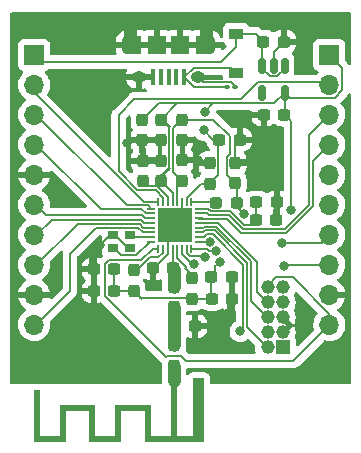
<source format=gtl>
%TF.GenerationSoftware,KiCad,Pcbnew,(6.0.9)*%
%TF.CreationDate,2022-11-19T16:26:50-05:00*%
%TF.ProjectId,EFR32MG22_module,45465233-324d-4473-9232-5f6d6f64756c,rev?*%
%TF.SameCoordinates,Original*%
%TF.FileFunction,Copper,L1,Top*%
%TF.FilePolarity,Positive*%
%FSLAX46Y46*%
G04 Gerber Fmt 4.6, Leading zero omitted, Abs format (unit mm)*
G04 Created by KiCad (PCBNEW (6.0.9)) date 2022-11-19 16:26:50*
%MOMM*%
%LPD*%
G01*
G04 APERTURE LIST*
G04 Aperture macros list*
%AMRoundRect*
0 Rectangle with rounded corners*
0 $1 Rounding radius*
0 $2 $3 $4 $5 $6 $7 $8 $9 X,Y pos of 4 corners*
0 Add a 4 corners polygon primitive as box body*
4,1,4,$2,$3,$4,$5,$6,$7,$8,$9,$2,$3,0*
0 Add four circle primitives for the rounded corners*
1,1,$1+$1,$2,$3*
1,1,$1+$1,$4,$5*
1,1,$1+$1,$6,$7*
1,1,$1+$1,$8,$9*
0 Add four rect primitives between the rounded corners*
20,1,$1+$1,$2,$3,$4,$5,0*
20,1,$1+$1,$4,$5,$6,$7,0*
20,1,$1+$1,$6,$7,$8,$9,0*
20,1,$1+$1,$8,$9,$2,$3,0*%
G04 Aperture macros list end*
%TA.AperFunction,ComponentPad*%
%ADD10C,1.170000*%
%TD*%
%TA.AperFunction,ComponentPad*%
%ADD11R,1.170000X1.170000*%
%TD*%
%TA.AperFunction,SMDPad,CuDef*%
%ADD12RoundRect,0.237500X0.237500X-0.300000X0.237500X0.300000X-0.237500X0.300000X-0.237500X-0.300000X0*%
%TD*%
%TA.AperFunction,ComponentPad*%
%ADD13R,1.700000X1.700000*%
%TD*%
%TA.AperFunction,ComponentPad*%
%ADD14O,1.700000X1.700000*%
%TD*%
%TA.AperFunction,SMDPad,CuDef*%
%ADD15RoundRect,0.237500X0.300000X0.237500X-0.300000X0.237500X-0.300000X-0.237500X0.300000X-0.237500X0*%
%TD*%
%TA.AperFunction,SMDPad,CuDef*%
%ADD16RoundRect,0.237500X-0.237500X0.300000X-0.237500X-0.300000X0.237500X-0.300000X0.237500X0.300000X0*%
%TD*%
%TA.AperFunction,SMDPad,CuDef*%
%ADD17RoundRect,0.050000X-0.300000X-0.050000X0.300000X-0.050000X0.300000X0.050000X-0.300000X0.050000X0*%
%TD*%
%TA.AperFunction,SMDPad,CuDef*%
%ADD18RoundRect,0.050000X-0.050000X-0.300000X0.050000X-0.300000X0.050000X0.300000X-0.050000X0.300000X0*%
%TD*%
%TA.AperFunction,ComponentPad*%
%ADD19C,0.500000*%
%TD*%
%TA.AperFunction,SMDPad,CuDef*%
%ADD20R,2.900000X2.900000*%
%TD*%
%TA.AperFunction,SMDPad,CuDef*%
%ADD21RoundRect,0.237500X-0.300000X-0.237500X0.300000X-0.237500X0.300000X0.237500X-0.300000X0.237500X0*%
%TD*%
%TA.AperFunction,SMDPad,CuDef*%
%ADD22RoundRect,0.100000X0.130000X0.100000X-0.130000X0.100000X-0.130000X-0.100000X0.130000X-0.100000X0*%
%TD*%
%TA.AperFunction,SMDPad,CuDef*%
%ADD23RoundRect,0.237500X-0.237500X0.287500X-0.237500X-0.287500X0.237500X-0.287500X0.237500X0.287500X0*%
%TD*%
%TA.AperFunction,SMDPad,CuDef*%
%ADD24RoundRect,0.237500X-0.287500X-0.237500X0.287500X-0.237500X0.287500X0.237500X-0.287500X0.237500X0*%
%TD*%
%TA.AperFunction,SMDPad,CuDef*%
%ADD25RoundRect,0.150000X-0.150000X0.512500X-0.150000X-0.512500X0.150000X-0.512500X0.150000X0.512500X0*%
%TD*%
%TA.AperFunction,SMDPad,CuDef*%
%ADD26R,0.400000X1.350000*%
%TD*%
%TA.AperFunction,SMDPad,CuDef*%
%ADD27R,1.200000X1.550000*%
%TD*%
%TA.AperFunction,ComponentPad*%
%ADD28O,1.250000X0.950000*%
%TD*%
%TA.AperFunction,SMDPad,CuDef*%
%ADD29R,1.500000X1.550000*%
%TD*%
%TA.AperFunction,ComponentPad*%
%ADD30O,0.890000X1.550000*%
%TD*%
%TA.AperFunction,SMDPad,CuDef*%
%ADD31R,0.500000X0.500000*%
%TD*%
%TA.AperFunction,SMDPad,CuDef*%
%ADD32R,0.900000X0.500000*%
%TD*%
%TA.AperFunction,SMDPad,CuDef*%
%ADD33R,1.200000X0.900000*%
%TD*%
%TA.AperFunction,SMDPad,CuDef*%
%ADD34R,0.900000X0.800000*%
%TD*%
%TA.AperFunction,ViaPad*%
%ADD35C,0.800000*%
%TD*%
%TA.AperFunction,Conductor*%
%ADD36C,0.200000*%
%TD*%
%TA.AperFunction,Conductor*%
%ADD37C,1.065000*%
%TD*%
%TA.AperFunction,Conductor*%
%ADD38C,0.250000*%
%TD*%
G04 APERTURE END LIST*
%TO.C,E1*%
G36*
X229621270Y-116398730D02*
G01*
X231018730Y-116398730D01*
X231018730Y-111498730D01*
X231921270Y-111498730D01*
X231921270Y-116901270D01*
X226918730Y-116901270D01*
X226918730Y-114261270D01*
X224921270Y-114261270D01*
X224921270Y-116901270D01*
X222218730Y-116901270D01*
X222218730Y-114261270D01*
X220221270Y-114261270D01*
X220221270Y-116901270D01*
X217518730Y-116901270D01*
X217518730Y-112458730D01*
X218021270Y-112458730D01*
X218021270Y-116398730D01*
X219718730Y-116398730D01*
X219718730Y-113758730D01*
X222721270Y-113758730D01*
X222721270Y-116398730D01*
X224418730Y-116398730D01*
X224418730Y-113758730D01*
X227421270Y-113758730D01*
X227421270Y-116398730D01*
X229118730Y-116398730D01*
X229118730Y-111498730D01*
X229621270Y-111498730D01*
X229621270Y-116398730D01*
G37*
%TD*%
D10*
%TO.P,J3,10,~{RESET}*%
%TO.N,/RESET_N*%
X237320000Y-103790000D03*
%TO.P,J3,9,GNDDetect*%
%TO.N,GND*%
X238590000Y-103790000D03*
%TO.P,J3,8,NC/TDI*%
%TO.N,/TDI*%
X237320000Y-105060000D03*
%TO.P,J3,7,KEY*%
%TO.N,unconnected-(J3-Pad7)*%
X238590000Y-105060000D03*
%TO.P,J3,6,SWO/TDO*%
%TO.N,/SWO*%
X237320000Y-106330000D03*
%TO.P,J3,5,GND*%
%TO.N,GND*%
X238590000Y-106330000D03*
%TO.P,J3,4,SWDCLK/TCK*%
%TO.N,/SWDCLK*%
X237320000Y-107600000D03*
%TO.P,J3,3,GND*%
%TO.N,GND*%
X238590000Y-107600000D03*
%TO.P,J3,2,SWDIO/TMS*%
%TO.N,/SWDIO*%
X237320000Y-108870000D03*
D11*
%TO.P,J3,1,VTref*%
%TO.N,+3.3V*%
X238590000Y-108870000D03*
%TD*%
D12*
%TO.P,C5,1*%
%TO.N,/DVDD*%
X230040000Y-94772500D03*
%TO.P,C5,2*%
%TO.N,GND*%
X230040000Y-93047500D03*
%TD*%
D13*
%TO.P,J4,1,Pin_1*%
%TO.N,+3.3V*%
X242540000Y-84110000D03*
D14*
%TO.P,J4,2,Pin_2*%
%TO.N,/PD01*%
X242540000Y-86650000D03*
%TO.P,J4,3,Pin_3*%
%TO.N,/PA06*%
X242540000Y-89190000D03*
%TO.P,J4,4,Pin_4*%
%TO.N,/PA05*%
X242540000Y-91730000D03*
%TO.P,J4,5,Pin_5*%
%TO.N,/PA00*%
X242540000Y-94270000D03*
%TO.P,J4,6,Pin_6*%
%TO.N,/PB00*%
X242540000Y-96810000D03*
%TO.P,J4,7,Pin_7*%
%TO.N,/PB01*%
X242540000Y-99350000D03*
%TO.P,J4,8,Pin_8*%
%TO.N,/PB02*%
X242540000Y-101890000D03*
%TO.P,J4,9,Pin_9*%
%TO.N,GND*%
X242540000Y-104430000D03*
%TO.P,J4,10,Pin_10*%
%TO.N,/RESET_N*%
X242540000Y-106970000D03*
%TD*%
D15*
%TO.P,C21,1*%
%TO.N,GND*%
X238687500Y-82987500D03*
%TO.P,C21,2*%
%TO.N,VBUS*%
X236962500Y-82987500D03*
%TD*%
D16*
%TO.P,C4,1*%
%TO.N,+3.3V*%
X228250000Y-89617500D03*
%TO.P,C4,2*%
%TO.N,GND*%
X228250000Y-91342500D03*
%TD*%
D17*
%TO.P,U1,1,PC00*%
%TO.N,/PC00*%
X227462500Y-97125000D03*
%TO.P,U1,2,PC01*%
%TO.N,/PC01*%
X227462500Y-97525000D03*
%TO.P,U1,3,PC02*%
%TO.N,/PC02*%
X227462500Y-97925000D03*
%TO.P,U1,4,PC03*%
%TO.N,/PC03*%
X227462500Y-98325000D03*
%TO.P,U1,5,PC04*%
%TO.N,/PC04*%
X227462500Y-98725000D03*
%TO.P,U1,6,PC05*%
%TO.N,/PC05*%
X227462500Y-99125000D03*
%TO.P,U1,7,HFXTAL_I*%
%TO.N,/HFXTAL_I*%
X227462500Y-99525000D03*
%TO.P,U1,8,HFXTAL_O*%
%TO.N,/HFXTAL_O*%
X227462500Y-99925000D03*
D18*
%TO.P,U1,9,RESET_N*%
%TO.N,/RESET_N*%
X228062500Y-100525000D03*
%TO.P,U1,10,RFVDD*%
%TO.N,/RFVDD*%
X228462500Y-100525000D03*
%TO.P,U1,11,RFVSS*%
%TO.N,GND*%
X228862500Y-100525000D03*
%TO.P,U1,12,RF2G4_IO*%
%TO.N,/RF2G4_IO*%
X229262500Y-100525000D03*
%TO.P,U1,13,PAVDD*%
%TO.N,/PAVDD*%
X229662500Y-100525000D03*
%TO.P,U1,14,PB02*%
%TO.N,/PB02*%
X230062500Y-100525000D03*
%TO.P,U1,15,PB01*%
%TO.N,/PB01*%
X230462500Y-100525000D03*
%TO.P,U1,16,PB00*%
%TO.N,/PB00*%
X230862500Y-100525000D03*
D17*
%TO.P,U1,17,PA00*%
%TO.N,/PA00*%
X231462500Y-99925000D03*
%TO.P,U1,18,PA01(TCK)*%
%TO.N,/SWDCLK*%
X231462500Y-99525000D03*
%TO.P,U1,19,PA02(TMS)*%
%TO.N,/SWDIO*%
X231462500Y-99125000D03*
%TO.P,U1,20,PA03(TDO)*%
%TO.N,/SWO*%
X231462500Y-98725000D03*
%TO.P,U1,21,PA04(TDI)*%
%TO.N,/TDI*%
X231462500Y-98325000D03*
%TO.P,U1,22,PA05*%
%TO.N,/PA05*%
X231462500Y-97925000D03*
%TO.P,U1,23,PA06*%
%TO.N,/PA06*%
X231462500Y-97525000D03*
%TO.P,U1,24,DECOUPLE*%
%TO.N,Net-(C10-Pad1)*%
X231462500Y-97125000D03*
D18*
%TO.P,U1,25,VREGSW*%
%TO.N,Net-(L3-Pad1)*%
X230862500Y-96525000D03*
%TO.P,U1,26,VREGVDD*%
%TO.N,+3.3V*%
X230462500Y-96525000D03*
%TO.P,U1,27,VREGVSS*%
%TO.N,GND*%
X230062500Y-96525000D03*
%TO.P,U1,28,DVDD*%
%TO.N,/DVDD*%
X229662500Y-96525000D03*
%TO.P,U1,29,AVDD*%
%TO.N,+3.3V*%
X229262500Y-96525000D03*
%TO.P,U1,30,IOVDD*%
X228862500Y-96525000D03*
%TO.P,U1,31,PD01(LFXTAL_I)*%
%TO.N,/PD01*%
X228462500Y-96525000D03*
%TO.P,U1,32,PD00(LFXTAL_O)*%
%TO.N,/PD00*%
X228062500Y-96525000D03*
D19*
%TO.P,U1,33,VSS*%
%TO.N,GND*%
X228737500Y-97800000D03*
X230187500Y-99250000D03*
X228737500Y-99250000D03*
X230187500Y-97800000D03*
D20*
X229462500Y-98525000D03*
%TD*%
D21*
%TO.P,C11,1*%
%TO.N,Net-(C10-Pad1)*%
X236337500Y-98125000D03*
%TO.P,C11,2*%
%TO.N,GND*%
X238062500Y-98125000D03*
%TD*%
D22*
%TO.P,D2,1,A1*%
%TO.N,GND*%
X234530000Y-86840000D03*
%TO.P,D2,2,A2*%
%TO.N,Net-(J1-Pad1)*%
X233890000Y-86840000D03*
%TD*%
D12*
%TO.P,C20,1*%
%TO.N,Net-(C20-Pad1)*%
X229380000Y-110425000D03*
%TO.P,C20,2*%
%TO.N,Net-(C19-Pad1)*%
X229380000Y-108700000D03*
%TD*%
D13*
%TO.P,J2,1,Pin_1*%
%TO.N,VBUS*%
X217540000Y-84110000D03*
D14*
%TO.P,J2,2,Pin_2*%
%TO.N,/PD00*%
X217540000Y-86650000D03*
%TO.P,J2,3,Pin_3*%
%TO.N,/PC00*%
X217540000Y-89190000D03*
%TO.P,J2,4,Pin_4*%
%TO.N,/PC01*%
X217540000Y-91730000D03*
%TO.P,J2,5,Pin_5*%
%TO.N,GND*%
X217540000Y-94270000D03*
%TO.P,J2,6,Pin_6*%
%TO.N,/PC02*%
X217540000Y-96810000D03*
%TO.P,J2,7,Pin_7*%
%TO.N,/PC03*%
X217540000Y-99350000D03*
%TO.P,J2,8,Pin_8*%
%TO.N,/PC04*%
X217540000Y-101890000D03*
%TO.P,J2,9,Pin_9*%
%TO.N,GND*%
X217540000Y-104430000D03*
%TO.P,J2,10,Pin_10*%
%TO.N,/PC05*%
X217540000Y-106970000D03*
%TD*%
D21*
%TO.P,C16,2*%
%TO.N,GND*%
X234325000Y-104770000D03*
%TO.P,C16,1*%
%TO.N,/DVDD*%
X232600000Y-104770000D03*
%TD*%
D15*
%TO.P,C15,1*%
%TO.N,/DVDD*%
X224345000Y-102270000D03*
%TO.P,C15,2*%
%TO.N,GND*%
X222620000Y-102270000D03*
%TD*%
D16*
%TO.P,C2,1*%
%TO.N,+3.3V*%
X226700000Y-89617500D03*
%TO.P,C2,2*%
%TO.N,GND*%
X226700000Y-91342500D03*
%TD*%
D12*
%TO.P,C7,1*%
%TO.N,+3.3V*%
X232450000Y-95012500D03*
%TO.P,C7,2*%
%TO.N,GND*%
X232450000Y-93287500D03*
%TD*%
D21*
%TO.P,C19,1*%
%TO.N,Net-(C19-Pad1)*%
X229435000Y-107070000D03*
%TO.P,C19,2*%
%TO.N,GND*%
X231160000Y-107070000D03*
%TD*%
D23*
%TO.P,L1,1,1*%
%TO.N,/RF2G4_IO*%
X229380000Y-103743500D03*
%TO.P,L1,2,2*%
%TO.N,Net-(C19-Pad1)*%
X229380000Y-105493500D03*
%TD*%
%TO.P,FB2,1*%
%TO.N,/PAVDD*%
X230952500Y-103005000D03*
%TO.P,FB2,2*%
%TO.N,/DVDD*%
X230952500Y-104755000D03*
%TD*%
D12*
%TO.P,C9,1*%
%TO.N,/DVDD*%
X234550000Y-94987500D03*
%TO.P,C9,2*%
%TO.N,GND*%
X234550000Y-93262500D03*
%TD*%
D21*
%TO.P,C22,1*%
%TO.N,GND*%
X237007500Y-89170000D03*
%TO.P,C22,2*%
%TO.N,+3.3V*%
X238732500Y-89170000D03*
%TD*%
%TO.P,C17,1*%
%TO.N,/DVDD*%
X232560000Y-102950000D03*
%TO.P,C17,2*%
%TO.N,GND*%
X234285000Y-102950000D03*
%TD*%
D24*
%TO.P,L3,1,1*%
%TO.N,Net-(L3-Pad1)*%
X232962500Y-96625000D03*
%TO.P,L3,2,2*%
%TO.N,/DVDD*%
X234712500Y-96625000D03*
%TD*%
D23*
%TO.P,FB1,1*%
%TO.N,/RFVDD*%
X225982500Y-102320000D03*
%TO.P,FB1,2*%
%TO.N,/DVDD*%
X225982500Y-104070000D03*
%TD*%
D12*
%TO.P,C3,1*%
%TO.N,+3.3V*%
X228275000Y-94780000D03*
%TO.P,C3,2*%
%TO.N,GND*%
X228275000Y-93055000D03*
%TD*%
D21*
%TO.P,C10,1*%
%TO.N,Net-(C10-Pad1)*%
X236362500Y-96600000D03*
%TO.P,C10,2*%
%TO.N,GND*%
X238087500Y-96600000D03*
%TD*%
%TO.P,C8,1*%
%TO.N,+3.3V*%
X233212500Y-91275000D03*
%TO.P,C8,2*%
%TO.N,GND*%
X234937500Y-91275000D03*
%TD*%
D25*
%TO.P,U2,1,IN*%
%TO.N,VBUS*%
X238775000Y-85025000D03*
%TO.P,U2,2,GND*%
%TO.N,GND*%
X237825000Y-85025000D03*
%TO.P,U2,3,EN*%
%TO.N,VBUS*%
X236875000Y-85025000D03*
%TO.P,U2,4,NC*%
%TO.N,unconnected-(U2-Pad4)*%
X236875000Y-87300000D03*
%TO.P,U2,5,OUT*%
%TO.N,+3.3V*%
X238775000Y-87300000D03*
%TD*%
D15*
%TO.P,C14,1*%
%TO.N,/DVDD*%
X224345000Y-104120000D03*
%TO.P,C14,2*%
%TO.N,GND*%
X222620000Y-104120000D03*
%TD*%
D26*
%TO.P,J1,1,VBUS*%
%TO.N,Net-(J1-Pad1)*%
X230225000Y-86010000D03*
%TO.P,J1,2,D-*%
%TO.N,unconnected-(J1-Pad2)*%
X229575000Y-86010000D03*
%TO.P,J1,3,D+*%
%TO.N,unconnected-(J1-Pad3)*%
X228925000Y-86010000D03*
%TO.P,J1,4,ID*%
%TO.N,unconnected-(J1-Pad4)*%
X228275000Y-86010000D03*
%TO.P,J1,5,GND*%
%TO.N,GND*%
X227625000Y-86010000D03*
D27*
%TO.P,J1,6,Shield*%
X226025000Y-83310000D03*
D28*
X231425000Y-86010000D03*
D29*
X227925000Y-83310000D03*
X229925000Y-83310000D03*
D28*
X226425000Y-86010000D03*
D27*
X231825000Y-83310000D03*
D30*
X225425000Y-83310000D03*
X232425000Y-83310000D03*
%TD*%
D31*
%TO.P,E1,ANT,SIGNAL*%
%TO.N,Net-(C20-Pad1)*%
X229370000Y-111750000D03*
D32*
%TO.P,E1,GND,GND*%
%TO.N,GND*%
X231470000Y-111750000D03*
%TD*%
D33*
%TO.P,D1,1,K*%
%TO.N,VBUS*%
X234650000Y-82350000D03*
%TO.P,D1,2,A*%
%TO.N,Net-(J1-Pad1)*%
X234650000Y-85650000D03*
%TD*%
D15*
%TO.P,C18,1*%
%TO.N,/RF2G4_IO*%
X229342500Y-102162500D03*
%TO.P,C18,2*%
%TO.N,GND*%
X227617500Y-102162500D03*
%TD*%
D12*
%TO.P,C1,1*%
%TO.N,+3.3V*%
X226725000Y-94780000D03*
%TO.P,C1,2*%
%TO.N,GND*%
X226725000Y-93055000D03*
%TD*%
D16*
%TO.P,C6,1*%
%TO.N,/DVDD*%
X230025000Y-89580000D03*
%TO.P,C6,2*%
%TO.N,GND*%
X230025000Y-91305000D03*
%TD*%
D34*
%TO.P,Y1,1,1*%
%TO.N,/HFXTAL_O*%
X224254000Y-100450000D03*
%TO.P,Y1,2,2*%
%TO.N,GND*%
X225654000Y-100450000D03*
%TO.P,Y1,3,3*%
%TO.N,/HFXTAL_I*%
X225654000Y-99350000D03*
%TO.P,Y1,4,4*%
%TO.N,GND*%
X224254000Y-99350000D03*
%TD*%
D35*
%TO.N,/PB02*%
X231070000Y-101790000D03*
X238670000Y-101980000D03*
%TO.N,+3.3V*%
X239300000Y-97210000D03*
%TO.N,/PB01*%
X238500000Y-100000000D03*
X232000000Y-101250000D03*
%TO.N,/PB00*%
X232943002Y-100693002D03*
%TO.N,/PA00*%
X232426244Y-99923998D03*
%TO.N,/SWDCLK*%
X235000000Y-107500000D03*
%TO.N,GND*%
X231425852Y-93033500D03*
X225400000Y-91570000D03*
X235720000Y-89170000D03*
X240150000Y-83112500D03*
X223100000Y-100173497D03*
X233968510Y-105967984D03*
X238110000Y-95300000D03*
X231110000Y-108410000D03*
X236000000Y-93000000D03*
%TO.N,/DVDD*%
X235315116Y-97590867D03*
X233260762Y-101623500D03*
%TO.N,+3.3V*%
X231920000Y-90490000D03*
X231980000Y-88940000D03*
%TD*%
D36*
%TO.N,/RESET_N*%
X242540000Y-106970000D02*
X239470000Y-110040000D01*
X223580500Y-104549902D02*
X223580500Y-101840098D01*
X239470000Y-110040000D02*
X230400000Y-110040000D01*
X230400000Y-110040000D02*
X229950000Y-109590000D01*
X229950000Y-109590000D02*
X228840598Y-109590000D01*
X223580500Y-101840098D02*
X223920598Y-101500000D01*
X228840598Y-109590000D02*
X228730598Y-109700000D01*
X228730598Y-109700000D02*
X223580500Y-104549902D01*
X223920598Y-101500000D02*
X226623856Y-101500000D01*
X226623856Y-101500000D02*
X227598856Y-100525000D01*
X227598856Y-100525000D02*
X228062500Y-100525000D01*
D37*
%TO.N,Net-(C20-Pad1)*%
X229370000Y-111750000D02*
X229370000Y-110435000D01*
X229370000Y-110435000D02*
X229380000Y-110425000D01*
D36*
%TO.N,/PB02*%
X230062500Y-100525000D02*
X230062500Y-100929000D01*
X230062500Y-100929000D02*
X230923500Y-101790000D01*
X230923500Y-101790000D02*
X231070000Y-101790000D01*
X238670000Y-101980000D02*
X238760000Y-101890000D01*
X238760000Y-101890000D02*
X242540000Y-101890000D01*
%TO.N,/PB01*%
X230462500Y-100525000D02*
X230462500Y-100866737D01*
X230715763Y-101120000D02*
X231870000Y-101120000D01*
X230462500Y-100866737D02*
X230715763Y-101120000D01*
X231870000Y-101120000D02*
X232000000Y-101250000D01*
%TO.N,+3.3V*%
X239300000Y-97210000D02*
X239300000Y-89737500D01*
X239300000Y-89737500D02*
X238732500Y-89170000D01*
%TO.N,/DVDD*%
X233000000Y-101884262D02*
X233260762Y-101623500D01*
X232882500Y-102677500D02*
X232882500Y-101874262D01*
%TO.N,/PB01*%
X241890000Y-100000000D02*
X242540000Y-99350000D01*
%TO.N,/PB00*%
X232161005Y-100525000D02*
X232329007Y-100693002D01*
X230862500Y-100525000D02*
X232161005Y-100525000D01*
X232329007Y-100693002D02*
X232943002Y-100693002D01*
%TO.N,/PB01*%
X238500000Y-100000000D02*
X241890000Y-100000000D01*
%TO.N,/SWO*%
X235910002Y-101598267D02*
X235910002Y-104950002D01*
%TO.N,/SWDIO*%
X235583501Y-107163501D02*
X237250000Y-108830000D01*
%TO.N,/SWDCLK*%
X231462500Y-99525000D02*
X231939237Y-99525000D01*
%TO.N,/PA00*%
X231462500Y-99925000D02*
X232425242Y-99925000D01*
X232425242Y-99925000D02*
X232426244Y-99923998D01*
%TO.N,/SWDCLK*%
X232166739Y-99297498D02*
X232685749Y-99297498D01*
%TO.N,/TDI*%
X231469505Y-98317995D02*
X233091472Y-98317995D01*
%TO.N,/SWDCLK*%
X231939237Y-99525000D02*
X232166739Y-99297498D01*
%TO.N,/TDI*%
X236438000Y-104208000D02*
X237250000Y-105020000D01*
%TO.N,/SWO*%
X235910002Y-104950002D02*
X237250000Y-106290000D01*
%TO.N,/SWDCLK*%
X235257000Y-101868749D02*
X235257000Y-107243000D01*
%TO.N,/TDI*%
X236438000Y-101664523D02*
X236438000Y-104208000D01*
X231462500Y-98325000D02*
X231469505Y-98317995D01*
X233091472Y-98317995D02*
X236438000Y-101664523D01*
%TO.N,/SWO*%
X231896257Y-98644496D02*
X232956231Y-98644496D01*
%TO.N,/SWDCLK*%
X232685749Y-99297498D02*
X235257000Y-101868749D01*
%TO.N,/SWO*%
X231462500Y-98725000D02*
X231815753Y-98725000D01*
X232956231Y-98644496D02*
X235910002Y-101598267D01*
%TO.N,/SWDIO*%
X232031498Y-98970997D02*
X232820990Y-98970997D01*
X232820990Y-98970997D02*
X235583501Y-101733508D01*
%TO.N,/SWDCLK*%
X235257000Y-107243000D02*
X235000000Y-107500000D01*
%TO.N,/SWDIO*%
X231462500Y-99125000D02*
X231877495Y-99125000D01*
X235583501Y-101733508D02*
X235583501Y-107163501D01*
X231877495Y-99125000D02*
X232031498Y-98970997D01*
%TO.N,/SWO*%
X231815753Y-98725000D02*
X231896257Y-98644496D01*
%TO.N,/PAVDD*%
X230305999Y-102125241D02*
X230916356Y-102735598D01*
X230423499Y-102049097D02*
X230423499Y-102135241D01*
X229662500Y-101288098D02*
X230423499Y-102049097D01*
X229662500Y-100525000D02*
X229662500Y-101288098D01*
%TO.N,/RESET_N*%
X242540000Y-106970000D02*
X242540000Y-106040000D01*
X242540000Y-106040000D02*
X239438000Y-102938000D01*
X239438000Y-102938000D02*
X238062000Y-102938000D01*
X238062000Y-102938000D02*
X237250000Y-103750000D01*
%TO.N,/HFXTAL_O*%
X226211258Y-101077000D02*
X227363258Y-99925000D01*
X224254000Y-100450000D02*
X224881000Y-101077000D01*
%TO.N,/RFVDD*%
X226265598Y-102320000D02*
X227325598Y-101260000D01*
X228069226Y-101260000D02*
X228462500Y-100866726D01*
X227325598Y-101260000D02*
X228069226Y-101260000D01*
X228462500Y-100866726D02*
X228462500Y-100525000D01*
%TO.N,/HFXTAL_O*%
X224881000Y-101077000D02*
X226211258Y-101077000D01*
%TO.N,GND*%
X233968510Y-105126490D02*
X233968510Y-105967984D01*
%TO.N,/RF2G4_IO*%
X229262500Y-100525000D02*
X229262500Y-102082500D01*
D37*
X229380000Y-103743500D02*
X229380000Y-102200000D01*
D36*
%TO.N,/DVDD*%
X226646999Y-104734499D02*
X225982500Y-104070000D01*
X230921999Y-104724499D02*
X226479499Y-104724499D01*
D37*
%TO.N,Net-(C19-Pad1)*%
X229380000Y-108700000D02*
X229380000Y-105493500D01*
D36*
%TO.N,GND*%
X234180000Y-86400000D02*
X234530000Y-86750000D01*
X230040000Y-93047500D02*
X231411852Y-93047500D01*
X230025000Y-91305000D02*
X230025000Y-93032500D01*
X230062500Y-97925000D02*
X230062500Y-96525000D01*
D38*
X229375000Y-83310000D02*
X231275000Y-83310000D01*
D36*
X237007500Y-89170000D02*
X235720000Y-89170000D01*
X238687500Y-82987500D02*
X237825000Y-83850000D01*
X228862500Y-100990741D02*
X228862500Y-100525000D01*
X225450000Y-100450000D02*
X224350000Y-99350000D01*
X231679852Y-93287500D02*
X231425852Y-93033500D01*
X222273500Y-101923500D02*
X222273500Y-100840495D01*
X228200000Y-92880000D02*
X226900000Y-92880000D01*
X227690741Y-102162500D02*
X228862500Y-100990741D01*
X222273500Y-100840495D02*
X222940498Y-100173497D01*
X222620000Y-102270000D02*
X222620000Y-104120000D01*
X238012500Y-96875000D02*
X238012500Y-98075000D01*
X231411852Y-93047500D02*
X231425852Y-93033500D01*
X240025000Y-82987500D02*
X240150000Y-83112500D01*
X231815000Y-86400000D02*
X234180000Y-86400000D01*
X232450000Y-93287500D02*
X231679852Y-93287500D01*
X234285000Y-102950000D02*
X234285000Y-104730000D01*
X228862500Y-100525000D02*
X228862500Y-99125000D01*
X222940498Y-100173497D02*
X223100000Y-100173497D01*
X234550000Y-93262500D02*
X234550000Y-91662500D01*
X226700000Y-91342500D02*
X228000000Y-91342500D01*
X231160000Y-107070000D02*
X231160000Y-108360000D01*
X237825000Y-83850000D02*
X237825000Y-85025000D01*
X238110000Y-95300000D02*
X238110000Y-96577500D01*
D38*
X225475000Y-83310000D02*
X227375000Y-83310000D01*
D36*
X227625000Y-86010000D02*
X226425000Y-86010000D01*
X225627500Y-91342500D02*
X225400000Y-91570000D01*
X226700000Y-91342500D02*
X225627500Y-91342500D01*
D38*
X226725000Y-93055000D02*
X226725000Y-91530000D01*
D36*
X223930000Y-99350000D02*
X223106503Y-100173497D01*
X238687500Y-82987500D02*
X240025000Y-82987500D01*
X223106503Y-100173497D02*
X223100000Y-100173497D01*
X234550000Y-91662500D02*
X234937500Y-91275000D01*
X231160000Y-108360000D02*
X231110000Y-108410000D01*
X234537500Y-91125000D02*
X234537500Y-92212500D01*
D38*
X228225000Y-92667500D02*
X228225000Y-91142500D01*
D36*
X231425000Y-86010000D02*
X231815000Y-86400000D01*
X234737500Y-93000000D02*
X236000000Y-93000000D01*
%TO.N,/DVDD*%
X230025000Y-89580000D02*
X232711902Y-89580000D01*
X229323000Y-94055500D02*
X230040000Y-94772500D01*
X234712500Y-96988251D02*
X235315116Y-97590867D01*
X230952500Y-104755000D02*
X232585000Y-104755000D01*
X225982500Y-104070000D02*
X224395000Y-104070000D01*
X230025000Y-89580000D02*
X229323000Y-90282000D01*
X229323000Y-90282000D02*
X229323000Y-94055500D01*
X229662500Y-96525000D02*
X229662500Y-95150000D01*
X232560000Y-102950000D02*
X232560000Y-104730000D01*
X232711902Y-89580000D02*
X234100000Y-90968098D01*
X229662500Y-95150000D02*
X230040000Y-94772500D01*
X234712500Y-96625000D02*
X234712500Y-95150000D01*
X233840000Y-92778098D02*
X233840000Y-94277500D01*
X234100000Y-90968098D02*
X234100000Y-92518098D01*
X224320000Y-104120000D02*
X224320000Y-102420000D01*
X233840000Y-94277500D02*
X234550000Y-94987500D01*
X234100000Y-92518098D02*
X233840000Y-92778098D01*
%TO.N,Net-(C10-Pad1)*%
X231462500Y-97125000D02*
X232280598Y-97125000D01*
X234165243Y-97327000D02*
X235338742Y-98500499D01*
X235338742Y-98500499D02*
X235962001Y-98500499D01*
X235962001Y-98500499D02*
X236337500Y-98125000D01*
X236337500Y-98125000D02*
X236337500Y-96625000D01*
X232280598Y-97125000D02*
X232482598Y-97327000D01*
X232482598Y-97327000D02*
X234165243Y-97327000D01*
%TO.N,/HFXTAL_I*%
X225829000Y-99525000D02*
X227462500Y-99525000D01*
%TO.N,VBUS*%
X234650000Y-83440000D02*
X234650000Y-82350000D01*
X237518841Y-85914500D02*
X236875000Y-85270659D01*
X236325000Y-82350000D02*
X236962500Y-82987500D01*
X233380000Y-84710000D02*
X234650000Y-83440000D01*
X218140000Y-84710000D02*
X233380000Y-84710000D01*
X238131159Y-85914500D02*
X237518841Y-85914500D01*
X234650000Y-82350000D02*
X236325000Y-82350000D01*
X236875000Y-83075000D02*
X236875000Y-85025000D01*
X238775000Y-85270659D02*
X238131159Y-85914500D01*
%TO.N,/RFVDD*%
X228462500Y-100525000D02*
X228462500Y-100866737D01*
%TO.N,/PD00*%
X217740000Y-87451144D02*
X226813856Y-96525000D01*
X226813856Y-96525000D02*
X228062500Y-96525000D01*
X217740000Y-86650000D02*
X217740000Y-87451144D01*
%TO.N,/PD01*%
X242300500Y-86410500D02*
X236489500Y-86410500D01*
X235037500Y-87862500D02*
X236489500Y-86410500D01*
X224700000Y-93949402D02*
X226295098Y-95544500D01*
X227823737Y-95544500D02*
X226295098Y-95544500D01*
X228462500Y-96183263D02*
X227823737Y-95544500D01*
X226037500Y-87862500D02*
X224700000Y-89200000D01*
X224700000Y-93949402D02*
X224700000Y-89200000D01*
X235037500Y-87862500D02*
X226037500Y-87862500D01*
X228462500Y-96525000D02*
X228462500Y-96183263D01*
%TO.N,/PC00*%
X227462500Y-97125000D02*
X227189001Y-96851501D01*
X227189001Y-96851501D02*
X225401501Y-96851501D01*
X225401501Y-96851501D02*
X217740000Y-89190000D01*
%TO.N,/PC01*%
X223188002Y-97178002D02*
X217740000Y-91730000D01*
X227462500Y-97525000D02*
X226979968Y-97525000D01*
X226632970Y-97178002D02*
X223188002Y-97178002D01*
X226979968Y-97525000D02*
X226632970Y-97178002D01*
%TO.N,/PC02*%
X226918226Y-97925000D02*
X226653226Y-97660000D01*
X226653226Y-97660000D02*
X218590000Y-97660000D01*
X218590000Y-97660000D02*
X217740000Y-96810000D01*
X227462500Y-97925000D02*
X226918226Y-97925000D01*
%TO.N,/PC03*%
X227462500Y-98325000D02*
X226856484Y-98325000D01*
X226856484Y-98325000D02*
X226601482Y-98069998D01*
X219020002Y-98069998D02*
X217740000Y-99350000D01*
X226601482Y-98069998D02*
X219020002Y-98069998D01*
%TO.N,/PC04*%
X226794742Y-98725000D02*
X226466241Y-98396499D01*
X226466241Y-98396499D02*
X221233501Y-98396499D01*
X227462500Y-98725000D02*
X226794742Y-98725000D01*
X221233501Y-98396499D02*
X217740000Y-101890000D01*
%TO.N,/PC05*%
X220573500Y-104136500D02*
X220573500Y-100940495D01*
X220573500Y-100940495D02*
X222790495Y-98723500D01*
X217740000Y-106970000D02*
X220573500Y-104136500D01*
X226331500Y-98723500D02*
X226733000Y-99125000D01*
X222790495Y-98723500D02*
X226331500Y-98723500D01*
X226733000Y-99125000D02*
X227462500Y-99125000D01*
%TO.N,/PA05*%
X238902448Y-99170000D02*
X241136499Y-96935949D01*
X231517502Y-97980002D02*
X233894761Y-97980002D01*
X241136499Y-93133501D02*
X242540000Y-91730000D01*
X235084759Y-99170000D02*
X238902448Y-99170000D01*
X233894761Y-97980002D02*
X235084759Y-99170000D01*
X231462500Y-97925000D02*
X231517502Y-97980002D01*
X241136499Y-96935949D02*
X241136499Y-93133501D01*
%TO.N,/PA06*%
X240809998Y-96800002D02*
X240809998Y-90920002D01*
X238783000Y-98827000D02*
X240809998Y-96800002D01*
X234030002Y-97653501D02*
X235203501Y-98827000D01*
X232218856Y-97525000D02*
X232347357Y-97653501D01*
X232347357Y-97653501D02*
X234030002Y-97653501D01*
X240809998Y-90920002D02*
X242540000Y-89190000D01*
X231462500Y-97525000D02*
X232218856Y-97525000D01*
X235203501Y-98827000D02*
X238783000Y-98827000D01*
%TO.N,Net-(L3-Pad1)*%
X230862500Y-96525000D02*
X232862500Y-96525000D01*
%TO.N,Net-(J1-Pad1)*%
X230225000Y-86010000D02*
X231055000Y-85180000D01*
X234180000Y-85180000D02*
X234650000Y-85650000D01*
X231055000Y-85180000D02*
X234180000Y-85180000D01*
X233890000Y-86840000D02*
X231055000Y-86840000D01*
X231055000Y-86840000D02*
X230225000Y-86010000D01*
%TO.N,+3.3V*%
X233580500Y-88189500D02*
X237885500Y-88189500D01*
X238775000Y-87300000D02*
X239202000Y-87727000D01*
X228977000Y-93640500D02*
X228977000Y-90169500D01*
X239202000Y-87727000D02*
X242986109Y-87727000D01*
X243617000Y-85187000D02*
X242540000Y-84110000D01*
X227958978Y-95217999D02*
X226907999Y-95217999D01*
X229678000Y-88189500D02*
X228250000Y-89617500D01*
X228128000Y-88189500D02*
X226700000Y-89617500D01*
X230830500Y-88189500D02*
X229678000Y-88189500D01*
X233580500Y-88189500D02*
X232730500Y-88189500D01*
X228952000Y-93665500D02*
X228977000Y-93640500D01*
X230830500Y-88189500D02*
X228128000Y-88189500D01*
X232705000Y-91275000D02*
X231920000Y-90490000D01*
X230462500Y-96525000D02*
X230462500Y-96183263D01*
X238775000Y-87300000D02*
X238775000Y-89127500D01*
X233152000Y-94310500D02*
X233152000Y-91335500D01*
X233580500Y-88189500D02*
X230830500Y-88189500D01*
X230462500Y-96183263D02*
X231633263Y-95012500D01*
X232450000Y-95012500D02*
X233152000Y-94310500D01*
X233212500Y-91275000D02*
X232705000Y-91275000D01*
X242986109Y-87727000D02*
X243617000Y-87096109D01*
X229262500Y-95767500D02*
X228275000Y-94780000D01*
X228862500Y-96525000D02*
X228862500Y-96121521D01*
X243617000Y-87096109D02*
X243617000Y-85187000D01*
X228862500Y-96121521D02*
X227958978Y-95217999D01*
X238775000Y-87300000D02*
X237885500Y-88189500D01*
D38*
X228952000Y-90144500D02*
X228225000Y-89417500D01*
D36*
X232730500Y-88189500D02*
X231980000Y-88940000D01*
X232450000Y-95012500D02*
X231633263Y-95012500D01*
X229262500Y-96525000D02*
X229262500Y-95767500D01*
X228977000Y-90169500D02*
X228952000Y-90144500D01*
D38*
X228225000Y-94392500D02*
X228952000Y-93665500D01*
%TD*%
%TA.AperFunction,Conductor*%
%TO.N,GND*%
G36*
X244333621Y-80528502D02*
G01*
X244380114Y-80582158D01*
X244391500Y-80634500D01*
X244391500Y-84833275D01*
X244371498Y-84901396D01*
X244317842Y-84947889D01*
X244247568Y-84957993D01*
X244182988Y-84928499D01*
X244157898Y-84893705D01*
X244155815Y-84894908D01*
X244151684Y-84887753D01*
X244148524Y-84880124D01*
X244075477Y-84784928D01*
X244075474Y-84784925D01*
X244050987Y-84753013D01*
X244042151Y-84746233D01*
X244025621Y-84733548D01*
X244013230Y-84722681D01*
X243935405Y-84644856D01*
X243901379Y-84582544D01*
X243898500Y-84555761D01*
X243898500Y-83211866D01*
X243891745Y-83149684D01*
X243840615Y-83013295D01*
X243753261Y-82896739D01*
X243636705Y-82809385D01*
X243500316Y-82758255D01*
X243438134Y-82751500D01*
X241641866Y-82751500D01*
X241579684Y-82758255D01*
X241443295Y-82809385D01*
X241326739Y-82896739D01*
X241239385Y-83013295D01*
X241188255Y-83149684D01*
X241181500Y-83211866D01*
X241181500Y-85008134D01*
X241188255Y-85070316D01*
X241239385Y-85206705D01*
X241326739Y-85323261D01*
X241443295Y-85410615D01*
X241451704Y-85413767D01*
X241451705Y-85413768D01*
X241560451Y-85454535D01*
X241617216Y-85497176D01*
X241641916Y-85563738D01*
X241626709Y-85633087D01*
X241607316Y-85659568D01*
X241508425Y-85763051D01*
X241446900Y-85798481D01*
X241417331Y-85802000D01*
X239701647Y-85802000D01*
X239633526Y-85781998D01*
X239587033Y-85728342D01*
X239577698Y-85653359D01*
X239578767Y-85647508D01*
X239580562Y-85641331D01*
X239583500Y-85604002D01*
X239583500Y-84445998D01*
X239580562Y-84408669D01*
X239534145Y-84248899D01*
X239517107Y-84220089D01*
X239453491Y-84112520D01*
X239453489Y-84112517D01*
X239449453Y-84105693D01*
X239382924Y-84039164D01*
X239348898Y-83976852D01*
X239353963Y-83906037D01*
X239396510Y-83849201D01*
X239405718Y-83842924D01*
X239447489Y-83817076D01*
X239458890Y-83808040D01*
X239571363Y-83695371D01*
X239580375Y-83683960D01*
X239663912Y-83548437D01*
X239670056Y-83535259D01*
X239720315Y-83383734D01*
X239723181Y-83370368D01*
X239732672Y-83277730D01*
X239733000Y-83271315D01*
X239733000Y-83259615D01*
X239728525Y-83244376D01*
X239727135Y-83243171D01*
X239719452Y-83241500D01*
X238559500Y-83241500D01*
X238491379Y-83221498D01*
X238444886Y-83167842D01*
X238433500Y-83115500D01*
X238433500Y-82715385D01*
X238941500Y-82715385D01*
X238945975Y-82730624D01*
X238947365Y-82731829D01*
X238955048Y-82733500D01*
X239714885Y-82733500D01*
X239730124Y-82729025D01*
X239731329Y-82727635D01*
X239733000Y-82719952D01*
X239733000Y-82703734D01*
X239732663Y-82697218D01*
X239722925Y-82603368D01*
X239720032Y-82589972D01*
X239669512Y-82438547D01*
X239663347Y-82425385D01*
X239579574Y-82290008D01*
X239570540Y-82278610D01*
X239457871Y-82166137D01*
X239446460Y-82157125D01*
X239310937Y-82073588D01*
X239297759Y-82067444D01*
X239146234Y-82017185D01*
X239132868Y-82014319D01*
X239040230Y-82004828D01*
X239033815Y-82004500D01*
X238959615Y-82004500D01*
X238944376Y-82008975D01*
X238943171Y-82010365D01*
X238941500Y-82018048D01*
X238941500Y-82715385D01*
X238433500Y-82715385D01*
X238433500Y-82022615D01*
X238429025Y-82007376D01*
X238427635Y-82006171D01*
X238419952Y-82004500D01*
X238341234Y-82004500D01*
X238334718Y-82004837D01*
X238240868Y-82014575D01*
X238227472Y-82017468D01*
X238076047Y-82067988D01*
X238062885Y-82074153D01*
X237927508Y-82157926D01*
X237916106Y-82166964D01*
X237914433Y-82168639D01*
X237913007Y-82169419D01*
X237910373Y-82171507D01*
X237910016Y-82171056D01*
X237852151Y-82202719D01*
X237781331Y-82197716D01*
X237736246Y-82168799D01*
X237733185Y-82165744D01*
X237728003Y-82160571D01*
X237721772Y-82156730D01*
X237586150Y-82073131D01*
X237586148Y-82073130D01*
X237579920Y-82069291D01*
X237414809Y-82014526D01*
X237407973Y-82013826D01*
X237407970Y-82013825D01*
X237356474Y-82008549D01*
X237312072Y-82004000D01*
X236891739Y-82004000D01*
X236823618Y-81983998D01*
X236802644Y-81967095D01*
X236789315Y-81953766D01*
X236778448Y-81941375D01*
X236764013Y-81922563D01*
X236758987Y-81916013D01*
X236727075Y-81891526D01*
X236727072Y-81891523D01*
X236638429Y-81823504D01*
X236638427Y-81823503D01*
X236631876Y-81818476D01*
X236483851Y-81757162D01*
X236475664Y-81756084D01*
X236475663Y-81756084D01*
X236464458Y-81754609D01*
X236433262Y-81750502D01*
X236364885Y-81741500D01*
X236364882Y-81741500D01*
X236364874Y-81741499D01*
X236333189Y-81737328D01*
X236325000Y-81736250D01*
X236293307Y-81740422D01*
X236276864Y-81741500D01*
X235821009Y-81741500D01*
X235752888Y-81721498D01*
X235706395Y-81667842D01*
X235704097Y-81662306D01*
X235703767Y-81661703D01*
X235700615Y-81653295D01*
X235613261Y-81536739D01*
X235496705Y-81449385D01*
X235360316Y-81398255D01*
X235298134Y-81391500D01*
X234001866Y-81391500D01*
X233939684Y-81398255D01*
X233803295Y-81449385D01*
X233686739Y-81536739D01*
X233599385Y-81653295D01*
X233548255Y-81789684D01*
X233541500Y-81851866D01*
X233541500Y-82541270D01*
X233521498Y-82609391D01*
X233467842Y-82655884D01*
X233397568Y-82665988D01*
X233332988Y-82636494D01*
X233305298Y-82602356D01*
X233214686Y-82438889D01*
X233207435Y-82428456D01*
X233089756Y-82291157D01*
X233080547Y-82282388D01*
X232937667Y-82171558D01*
X232926887Y-82164822D01*
X232764626Y-82084981D01*
X232752727Y-82080555D01*
X232696531Y-82065918D01*
X232682436Y-82066352D01*
X232679000Y-82074533D01*
X232679000Y-83037885D01*
X232683475Y-83053124D01*
X232684865Y-83054329D01*
X232692548Y-83056000D01*
X233359885Y-83056000D01*
X233375124Y-83051525D01*
X233396360Y-83027018D01*
X233456086Y-82988635D01*
X233527082Y-82988635D01*
X233586809Y-83027019D01*
X233598087Y-83043244D01*
X233599385Y-83046705D01*
X233686739Y-83163261D01*
X233787345Y-83238661D01*
X233829857Y-83295517D01*
X233834883Y-83366335D01*
X233800872Y-83428579D01*
X233589296Y-83640155D01*
X233526984Y-83674181D01*
X233456169Y-83669116D01*
X233399333Y-83626569D01*
X233379305Y-83586559D01*
X233373525Y-83566876D01*
X233372135Y-83565671D01*
X233364452Y-83564000D01*
X224490115Y-83564000D01*
X224474876Y-83568475D01*
X224473671Y-83569865D01*
X224472000Y-83577548D01*
X224472000Y-83685192D01*
X224472323Y-83691567D01*
X224486005Y-83826267D01*
X224488559Y-83838707D01*
X224519619Y-83937821D01*
X224520903Y-84008806D01*
X224483606Y-84069217D01*
X224419569Y-84099873D01*
X224399385Y-84101500D01*
X219024500Y-84101500D01*
X218956379Y-84081498D01*
X218909886Y-84027842D01*
X218898500Y-83975500D01*
X218898500Y-83211866D01*
X218891745Y-83149684D01*
X218849833Y-83037885D01*
X224472000Y-83037885D01*
X224476475Y-83053124D01*
X224477865Y-83054329D01*
X224485548Y-83056000D01*
X225152885Y-83056000D01*
X225168124Y-83051525D01*
X225169329Y-83050135D01*
X225171000Y-83042452D01*
X225171000Y-83037885D01*
X225679000Y-83037885D01*
X225683475Y-83053124D01*
X225684865Y-83054329D01*
X225692548Y-83056000D01*
X225752885Y-83056000D01*
X225768124Y-83051525D01*
X225769329Y-83050135D01*
X225771000Y-83042452D01*
X225771000Y-83037885D01*
X226279000Y-83037885D01*
X226283475Y-83053124D01*
X226284865Y-83054329D01*
X226292548Y-83056000D01*
X227652885Y-83056000D01*
X227668124Y-83051525D01*
X227669329Y-83050135D01*
X227671000Y-83042452D01*
X227671000Y-83037885D01*
X228179000Y-83037885D01*
X228183475Y-83053124D01*
X228184865Y-83054329D01*
X228192548Y-83056000D01*
X229652885Y-83056000D01*
X229668124Y-83051525D01*
X229669329Y-83050135D01*
X229671000Y-83042452D01*
X229671000Y-83037885D01*
X230179000Y-83037885D01*
X230183475Y-83053124D01*
X230184865Y-83054329D01*
X230192548Y-83056000D01*
X231552885Y-83056000D01*
X231568124Y-83051525D01*
X231569329Y-83050135D01*
X231571000Y-83042452D01*
X231571000Y-83037885D01*
X232079000Y-83037885D01*
X232083475Y-83053124D01*
X232084865Y-83054329D01*
X232092548Y-83056000D01*
X232152885Y-83056000D01*
X232168124Y-83051525D01*
X232169329Y-83050135D01*
X232171000Y-83042452D01*
X232171000Y-82045115D01*
X232166525Y-82029876D01*
X232165135Y-82028671D01*
X232157452Y-82027000D01*
X232097115Y-82027000D01*
X232081876Y-82031475D01*
X232080671Y-82032865D01*
X232079000Y-82040548D01*
X232079000Y-83037885D01*
X231571000Y-83037885D01*
X231571000Y-82045116D01*
X231566525Y-82029877D01*
X231565135Y-82028672D01*
X231557452Y-82027001D01*
X231180331Y-82027001D01*
X231173510Y-82027371D01*
X231122648Y-82032895D01*
X231107394Y-82036522D01*
X230994229Y-82078945D01*
X230923422Y-82084128D01*
X230905771Y-82078945D01*
X230792609Y-82036522D01*
X230777351Y-82032895D01*
X230726486Y-82027369D01*
X230719672Y-82027000D01*
X230197115Y-82027000D01*
X230181876Y-82031475D01*
X230180671Y-82032865D01*
X230179000Y-82040548D01*
X230179000Y-83037885D01*
X229671000Y-83037885D01*
X229671000Y-82045116D01*
X229666525Y-82029877D01*
X229665135Y-82028672D01*
X229657452Y-82027001D01*
X229130331Y-82027001D01*
X229123510Y-82027371D01*
X229072648Y-82032895D01*
X229057396Y-82036521D01*
X228969230Y-82069573D01*
X228898422Y-82074756D01*
X228880770Y-82069573D01*
X228792606Y-82036522D01*
X228777351Y-82032895D01*
X228726486Y-82027369D01*
X228719672Y-82027000D01*
X228197115Y-82027000D01*
X228181876Y-82031475D01*
X228180671Y-82032865D01*
X228179000Y-82040548D01*
X228179000Y-83037885D01*
X227671000Y-83037885D01*
X227671000Y-82045116D01*
X227666525Y-82029877D01*
X227665135Y-82028672D01*
X227657452Y-82027001D01*
X227130331Y-82027001D01*
X227123510Y-82027371D01*
X227072648Y-82032895D01*
X227057394Y-82036522D01*
X226944229Y-82078945D01*
X226873422Y-82084128D01*
X226855771Y-82078945D01*
X226742609Y-82036522D01*
X226727351Y-82032895D01*
X226676486Y-82027369D01*
X226669672Y-82027000D01*
X226297115Y-82027000D01*
X226281876Y-82031475D01*
X226280671Y-82032865D01*
X226279000Y-82040548D01*
X226279000Y-83037885D01*
X225771000Y-83037885D01*
X225771000Y-82045116D01*
X225766525Y-82029877D01*
X225765135Y-82028672D01*
X225757452Y-82027001D01*
X225697115Y-82027001D01*
X225681876Y-82031476D01*
X225680671Y-82032866D01*
X225679000Y-82040549D01*
X225679000Y-83037885D01*
X225171000Y-83037885D01*
X225171000Y-82076099D01*
X225167027Y-82062568D01*
X225160925Y-82061691D01*
X225011064Y-82116830D01*
X224999658Y-82122392D01*
X224845956Y-82217691D01*
X224835895Y-82225440D01*
X224704504Y-82349690D01*
X224696201Y-82359310D01*
X224592477Y-82507443D01*
X224586280Y-82518531D01*
X224514460Y-82684495D01*
X224510618Y-82696607D01*
X224473323Y-82875134D01*
X224472085Y-82884666D01*
X224472000Y-82887889D01*
X224472000Y-83037885D01*
X218849833Y-83037885D01*
X218840615Y-83013295D01*
X218753261Y-82896739D01*
X218636705Y-82809385D01*
X218500316Y-82758255D01*
X218438134Y-82751500D01*
X216641866Y-82751500D01*
X216579684Y-82758255D01*
X216443295Y-82809385D01*
X216326739Y-82896739D01*
X216239385Y-83013295D01*
X216188255Y-83149684D01*
X216181500Y-83211866D01*
X216181500Y-85008134D01*
X216188255Y-85070316D01*
X216239385Y-85206705D01*
X216326739Y-85323261D01*
X216443295Y-85410615D01*
X216451704Y-85413767D01*
X216451705Y-85413768D01*
X216560451Y-85454535D01*
X216617216Y-85497176D01*
X216641916Y-85563738D01*
X216626709Y-85633087D01*
X216607316Y-85659568D01*
X216480629Y-85792138D01*
X216477715Y-85796410D01*
X216477714Y-85796411D01*
X216432865Y-85862158D01*
X216354743Y-85976680D01*
X216313349Y-86065856D01*
X216264614Y-86170848D01*
X216260688Y-86179305D01*
X216200989Y-86394570D01*
X216177251Y-86616695D01*
X216177548Y-86621848D01*
X216177548Y-86621851D01*
X216183011Y-86716590D01*
X216190110Y-86839715D01*
X216191247Y-86844761D01*
X216191248Y-86844767D01*
X216198071Y-86875042D01*
X216239222Y-87057639D01*
X216277461Y-87151811D01*
X216318518Y-87252922D01*
X216323266Y-87264616D01*
X216325965Y-87269020D01*
X216408690Y-87404015D01*
X216439987Y-87455088D01*
X216586250Y-87623938D01*
X216758126Y-87766632D01*
X216828595Y-87807811D01*
X216831445Y-87809476D01*
X216880169Y-87861114D01*
X216893240Y-87930897D01*
X216866509Y-87996669D01*
X216826055Y-88030027D01*
X216813607Y-88036507D01*
X216809474Y-88039610D01*
X216809471Y-88039612D01*
X216639100Y-88167530D01*
X216634965Y-88170635D01*
X216480629Y-88332138D01*
X216477715Y-88336410D01*
X216477714Y-88336411D01*
X216393850Y-88459351D01*
X216354743Y-88516680D01*
X216339003Y-88550590D01*
X216283141Y-88670935D01*
X216260688Y-88719305D01*
X216200989Y-88934570D01*
X216177251Y-89156695D01*
X216177548Y-89161848D01*
X216177548Y-89161851D01*
X216183941Y-89272730D01*
X216190110Y-89379715D01*
X216191247Y-89384761D01*
X216191248Y-89384767D01*
X216211119Y-89472939D01*
X216239222Y-89597639D01*
X216323266Y-89804616D01*
X216325965Y-89809020D01*
X216437198Y-89990536D01*
X216439987Y-89995088D01*
X216586250Y-90163938D01*
X216758126Y-90306632D01*
X216790174Y-90325359D01*
X216831445Y-90349476D01*
X216880169Y-90401114D01*
X216893240Y-90470897D01*
X216866509Y-90536669D01*
X216826055Y-90570027D01*
X216813607Y-90576507D01*
X216809474Y-90579610D01*
X216809471Y-90579612D01*
X216639100Y-90707530D01*
X216634965Y-90710635D01*
X216480629Y-90872138D01*
X216477715Y-90876410D01*
X216477714Y-90876411D01*
X216415142Y-90968138D01*
X216354743Y-91056680D01*
X216339973Y-91088500D01*
X216298893Y-91177000D01*
X216260688Y-91259305D01*
X216200989Y-91474570D01*
X216177251Y-91696695D01*
X216177548Y-91701848D01*
X216177548Y-91701851D01*
X216183011Y-91796590D01*
X216190110Y-91919715D01*
X216191247Y-91924761D01*
X216191248Y-91924767D01*
X216209658Y-92006457D01*
X216239222Y-92137639D01*
X216323266Y-92344616D01*
X216354402Y-92395426D01*
X216429576Y-92518098D01*
X216439987Y-92535088D01*
X216586250Y-92703938D01*
X216758126Y-92846632D01*
X216831955Y-92889774D01*
X216880679Y-92941412D01*
X216893750Y-93011195D01*
X216867019Y-93076967D01*
X216826562Y-93110327D01*
X216818457Y-93114546D01*
X216809738Y-93120036D01*
X216639433Y-93247905D01*
X216631726Y-93254748D01*
X216484590Y-93408717D01*
X216478104Y-93416727D01*
X216358098Y-93592649D01*
X216353000Y-93601623D01*
X216263338Y-93794783D01*
X216259775Y-93804470D01*
X216204389Y-94004183D01*
X216205912Y-94012607D01*
X216218292Y-94016000D01*
X218858344Y-94016000D01*
X218871875Y-94012027D01*
X218872457Y-94007980D01*
X218901951Y-93943399D01*
X218961677Y-93905016D01*
X219032674Y-93905017D01*
X219086269Y-93936818D01*
X221985856Y-96836405D01*
X222019882Y-96898717D01*
X222014817Y-96969532D01*
X221972270Y-97026368D01*
X221905750Y-97051179D01*
X221896761Y-97051500D01*
X219022177Y-97051500D01*
X218954056Y-97031498D01*
X218907563Y-96977842D01*
X218897255Y-96909053D01*
X218901092Y-96879908D01*
X218901529Y-96876590D01*
X218903156Y-96810000D01*
X218884852Y-96587361D01*
X218830431Y-96370702D01*
X218741354Y-96165840D01*
X218620014Y-95978277D01*
X218469670Y-95813051D01*
X218465619Y-95809852D01*
X218465615Y-95809848D01*
X218298414Y-95677800D01*
X218298410Y-95677798D01*
X218294359Y-95674598D01*
X218252569Y-95651529D01*
X218202598Y-95601097D01*
X218187826Y-95531654D01*
X218212942Y-95465248D01*
X218240294Y-95438641D01*
X218415328Y-95313792D01*
X218423200Y-95307139D01*
X218574052Y-95156812D01*
X218580730Y-95148965D01*
X218705003Y-94976020D01*
X218710313Y-94967183D01*
X218804670Y-94776267D01*
X218808469Y-94766672D01*
X218870377Y-94562910D01*
X218872555Y-94552837D01*
X218873986Y-94541962D01*
X218871775Y-94527778D01*
X218858617Y-94524000D01*
X216223225Y-94524000D01*
X216209694Y-94527973D01*
X216208257Y-94537966D01*
X216238565Y-94672446D01*
X216241645Y-94682275D01*
X216321770Y-94879603D01*
X216326413Y-94888794D01*
X216437694Y-95070388D01*
X216443777Y-95078699D01*
X216583213Y-95239667D01*
X216590580Y-95246883D01*
X216754434Y-95382916D01*
X216762881Y-95388831D01*
X216831969Y-95429203D01*
X216880693Y-95480842D01*
X216893764Y-95550625D01*
X216867033Y-95616396D01*
X216826584Y-95649752D01*
X216813607Y-95656507D01*
X216809474Y-95659610D01*
X216809471Y-95659612D01*
X216639100Y-95787530D01*
X216634965Y-95790635D01*
X216480629Y-95952138D01*
X216354743Y-96136680D01*
X216307716Y-96237992D01*
X216272932Y-96312928D01*
X216260688Y-96339305D01*
X216200989Y-96554570D01*
X216177251Y-96776695D01*
X216177548Y-96781848D01*
X216177548Y-96781851D01*
X216188370Y-96969532D01*
X216190110Y-96999715D01*
X216191247Y-97004761D01*
X216191248Y-97004767D01*
X216201708Y-97051179D01*
X216239222Y-97217639D01*
X216295160Y-97355399D01*
X216316776Y-97408632D01*
X216323266Y-97424616D01*
X216325965Y-97429020D01*
X216419439Y-97581556D01*
X216439987Y-97615088D01*
X216443367Y-97618990D01*
X216450268Y-97626957D01*
X216586250Y-97783938D01*
X216758126Y-97926632D01*
X216817243Y-97961177D01*
X216831445Y-97969476D01*
X216880169Y-98021114D01*
X216893240Y-98090897D01*
X216866509Y-98156669D01*
X216826055Y-98190027D01*
X216813607Y-98196507D01*
X216809474Y-98199610D01*
X216809471Y-98199612D01*
X216639100Y-98327530D01*
X216634965Y-98330635D01*
X216616605Y-98349848D01*
X216486516Y-98485978D01*
X216480629Y-98492138D01*
X216354743Y-98676680D01*
X216336484Y-98716016D01*
X216290722Y-98814603D01*
X216260688Y-98879305D01*
X216200989Y-99094570D01*
X216177251Y-99316695D01*
X216177548Y-99321848D01*
X216177548Y-99321851D01*
X216183011Y-99416590D01*
X216190110Y-99539715D01*
X216191247Y-99544761D01*
X216191248Y-99544767D01*
X216196561Y-99568342D01*
X216239222Y-99757639D01*
X216323266Y-99964616D01*
X216439987Y-100155088D01*
X216586250Y-100323938D01*
X216758126Y-100466632D01*
X216826366Y-100506508D01*
X216831445Y-100509476D01*
X216880169Y-100561114D01*
X216893240Y-100630897D01*
X216866509Y-100696669D01*
X216826055Y-100730027D01*
X216813607Y-100736507D01*
X216809474Y-100739610D01*
X216809471Y-100739612D01*
X216661533Y-100850687D01*
X216634965Y-100870635D01*
X216480629Y-101032138D01*
X216354743Y-101216680D01*
X216260688Y-101419305D01*
X216200989Y-101634570D01*
X216177251Y-101856695D01*
X216177548Y-101861848D01*
X216177548Y-101861851D01*
X216184485Y-101982158D01*
X216190110Y-102079715D01*
X216191247Y-102084761D01*
X216191248Y-102084767D01*
X216210441Y-102169928D01*
X216239222Y-102297639D01*
X216286722Y-102414618D01*
X216320783Y-102498500D01*
X216323266Y-102504616D01*
X216357378Y-102560282D01*
X216437291Y-102690688D01*
X216439987Y-102695088D01*
X216586250Y-102863938D01*
X216758126Y-103006632D01*
X216817161Y-103041129D01*
X216831955Y-103049774D01*
X216880679Y-103101412D01*
X216893750Y-103171195D01*
X216867019Y-103236967D01*
X216826562Y-103270327D01*
X216818457Y-103274546D01*
X216809738Y-103280036D01*
X216639433Y-103407905D01*
X216631726Y-103414748D01*
X216484590Y-103568717D01*
X216478104Y-103576727D01*
X216358098Y-103752649D01*
X216353000Y-103761623D01*
X216263338Y-103954783D01*
X216259775Y-103964470D01*
X216204389Y-104164183D01*
X216205912Y-104172607D01*
X216218292Y-104176000D01*
X218858344Y-104176000D01*
X218871875Y-104172027D01*
X218873180Y-104162947D01*
X218831214Y-103995875D01*
X218827894Y-103986124D01*
X218742972Y-103790814D01*
X218738105Y-103781739D01*
X218622426Y-103602926D01*
X218616136Y-103594757D01*
X218472806Y-103437240D01*
X218465273Y-103430215D01*
X218298139Y-103298222D01*
X218289556Y-103292520D01*
X218252602Y-103272120D01*
X218202631Y-103221687D01*
X218187859Y-103152245D01*
X218212975Y-103085839D01*
X218240327Y-103059232D01*
X218265706Y-103041129D01*
X218419860Y-102931173D01*
X218578096Y-102773489D01*
X218632462Y-102697831D01*
X218705435Y-102596277D01*
X218708453Y-102592077D01*
X218714191Y-102580468D01*
X218805136Y-102396453D01*
X218805137Y-102396451D01*
X218807430Y-102391811D01*
X218872370Y-102178069D01*
X218901529Y-101956590D01*
X218903156Y-101890000D01*
X218888576Y-101712659D01*
X218884949Y-101668538D01*
X218899302Y-101599007D01*
X218921430Y-101569119D01*
X219759398Y-100731151D01*
X219821710Y-100697125D01*
X219892525Y-100702190D01*
X219949361Y-100744737D01*
X219974172Y-100811257D01*
X219973415Y-100836691D01*
X219965000Y-100900610D01*
X219965000Y-100900615D01*
X219959750Y-100940495D01*
X219963334Y-100967715D01*
X219963922Y-100972185D01*
X219965000Y-100988631D01*
X219965000Y-103832261D01*
X219944998Y-103900382D01*
X219928095Y-103921356D01*
X219086259Y-104763192D01*
X219023947Y-104797218D01*
X218953132Y-104792153D01*
X218896296Y-104749606D01*
X218872669Y-104693513D01*
X218871775Y-104687779D01*
X218858617Y-104684000D01*
X216223225Y-104684000D01*
X216209694Y-104687973D01*
X216208257Y-104697966D01*
X216238565Y-104832446D01*
X216241645Y-104842275D01*
X216321770Y-105039603D01*
X216326413Y-105048794D01*
X216437694Y-105230388D01*
X216443777Y-105238699D01*
X216583213Y-105399667D01*
X216590580Y-105406883D01*
X216754434Y-105542916D01*
X216762881Y-105548831D01*
X216831969Y-105589203D01*
X216880693Y-105640842D01*
X216893764Y-105710625D01*
X216867033Y-105776396D01*
X216826584Y-105809752D01*
X216813607Y-105816507D01*
X216809474Y-105819610D01*
X216809471Y-105819612D01*
X216720402Y-105886487D01*
X216634965Y-105950635D01*
X216631393Y-105954373D01*
X216495024Y-106097075D01*
X216480629Y-106112138D01*
X216477715Y-106116410D01*
X216477714Y-106116411D01*
X216448319Y-106159502D01*
X216354743Y-106296680D01*
X216260688Y-106499305D01*
X216200989Y-106714570D01*
X216177251Y-106936695D01*
X216177548Y-106941848D01*
X216177548Y-106941851D01*
X216183011Y-107036590D01*
X216190110Y-107159715D01*
X216191247Y-107164761D01*
X216191248Y-107164767D01*
X216211119Y-107252939D01*
X216239222Y-107377639D01*
X216323266Y-107584616D01*
X216367914Y-107657475D01*
X216434700Y-107766460D01*
X216439987Y-107775088D01*
X216443367Y-107778990D01*
X216454352Y-107791671D01*
X216586250Y-107943938D01*
X216758126Y-108086632D01*
X216951000Y-108199338D01*
X217159692Y-108279030D01*
X217164760Y-108280061D01*
X217164763Y-108280062D01*
X217232303Y-108293803D01*
X217378597Y-108323567D01*
X217383772Y-108323757D01*
X217383774Y-108323757D01*
X217596673Y-108331564D01*
X217596677Y-108331564D01*
X217601837Y-108331753D01*
X217606957Y-108331097D01*
X217606959Y-108331097D01*
X217818288Y-108304025D01*
X217818289Y-108304025D01*
X217823416Y-108303368D01*
X217855298Y-108293803D01*
X218032429Y-108240661D01*
X218032434Y-108240659D01*
X218037384Y-108239174D01*
X218237994Y-108140896D01*
X218419860Y-108011173D01*
X218447784Y-107983347D01*
X218574435Y-107857137D01*
X218578096Y-107853489D01*
X218637594Y-107770689D01*
X218705435Y-107676277D01*
X218708453Y-107672077D01*
X218713868Y-107661122D01*
X218805136Y-107476453D01*
X218805137Y-107476451D01*
X218807430Y-107471811D01*
X218841331Y-107360230D01*
X218870865Y-107263023D01*
X218870865Y-107263021D01*
X218872370Y-107258069D01*
X218901529Y-107036590D01*
X218901783Y-107026200D01*
X218903074Y-106973365D01*
X218903074Y-106973361D01*
X218903156Y-106970000D01*
X218887776Y-106782928D01*
X218884949Y-106748538D01*
X218899302Y-106679007D01*
X218921430Y-106649119D01*
X220969734Y-104600815D01*
X220982125Y-104589948D01*
X221000937Y-104575513D01*
X221007487Y-104570487D01*
X221031974Y-104538575D01*
X221031980Y-104538569D01*
X221099996Y-104449929D01*
X221099997Y-104449927D01*
X221105024Y-104443376D01*
X221121431Y-104403766D01*
X221574500Y-104403766D01*
X221574837Y-104410282D01*
X221584575Y-104504132D01*
X221587468Y-104517528D01*
X221637988Y-104668953D01*
X221644153Y-104682115D01*
X221727926Y-104817492D01*
X221736960Y-104828890D01*
X221849629Y-104941363D01*
X221861040Y-104950375D01*
X221996563Y-105033912D01*
X222009741Y-105040056D01*
X222161266Y-105090315D01*
X222174632Y-105093181D01*
X222267270Y-105102672D01*
X222273685Y-105103000D01*
X222347885Y-105103000D01*
X222363124Y-105098525D01*
X222364329Y-105097135D01*
X222366000Y-105089452D01*
X222366000Y-104392115D01*
X222361525Y-104376876D01*
X222360135Y-104375671D01*
X222352452Y-104374000D01*
X221592615Y-104374000D01*
X221577376Y-104378475D01*
X221576171Y-104379865D01*
X221574500Y-104387548D01*
X221574500Y-104403766D01*
X221121431Y-104403766D01*
X221166338Y-104295351D01*
X221172587Y-104247885D01*
X221182000Y-104176385D01*
X221182000Y-104176380D01*
X221187250Y-104136500D01*
X221183078Y-104104807D01*
X221182000Y-104088364D01*
X221182000Y-103847885D01*
X221574500Y-103847885D01*
X221578975Y-103863124D01*
X221580365Y-103864329D01*
X221588048Y-103866000D01*
X222347885Y-103866000D01*
X222363124Y-103861525D01*
X222364329Y-103860135D01*
X222366000Y-103852452D01*
X222366000Y-102542115D01*
X222361525Y-102526876D01*
X222360135Y-102525671D01*
X222352452Y-102524000D01*
X221592615Y-102524000D01*
X221577376Y-102528475D01*
X221576171Y-102529865D01*
X221574500Y-102537548D01*
X221574500Y-102553766D01*
X221574837Y-102560282D01*
X221584575Y-102654132D01*
X221587468Y-102667528D01*
X221637988Y-102818953D01*
X221644153Y-102832115D01*
X221727926Y-102967492D01*
X221736960Y-102978890D01*
X221849627Y-103091361D01*
X221855648Y-103096116D01*
X221896711Y-103154033D01*
X221899944Y-103224956D01*
X221864320Y-103286368D01*
X221855819Y-103293746D01*
X221848612Y-103299458D01*
X221736137Y-103412129D01*
X221727125Y-103423540D01*
X221643588Y-103559063D01*
X221637444Y-103572241D01*
X221587185Y-103723766D01*
X221584319Y-103737132D01*
X221574828Y-103829770D01*
X221574500Y-103836185D01*
X221574500Y-103847885D01*
X221182000Y-103847885D01*
X221182000Y-101997885D01*
X221574500Y-101997885D01*
X221578975Y-102013124D01*
X221580365Y-102014329D01*
X221588048Y-102016000D01*
X222347885Y-102016000D01*
X222363124Y-102011525D01*
X222364329Y-102010135D01*
X222366000Y-102002452D01*
X222366000Y-101305115D01*
X222361525Y-101289876D01*
X222360135Y-101288671D01*
X222352452Y-101287000D01*
X222273734Y-101287000D01*
X222267218Y-101287337D01*
X222173368Y-101297075D01*
X222159972Y-101299968D01*
X222008547Y-101350488D01*
X221995385Y-101356653D01*
X221860008Y-101440426D01*
X221848610Y-101449460D01*
X221736137Y-101562129D01*
X221727125Y-101573540D01*
X221643588Y-101709063D01*
X221637444Y-101722241D01*
X221587185Y-101873766D01*
X221584319Y-101887132D01*
X221574828Y-101979770D01*
X221574500Y-101986185D01*
X221574500Y-101997885D01*
X221182000Y-101997885D01*
X221182000Y-101244734D01*
X221202002Y-101176613D01*
X221218905Y-101155639D01*
X223005639Y-99368905D01*
X223067951Y-99334879D01*
X223094734Y-99332000D01*
X223170000Y-99332000D01*
X223238121Y-99352002D01*
X223284614Y-99405658D01*
X223296000Y-99458000D01*
X223296001Y-99794668D01*
X223296371Y-99801490D01*
X223301895Y-99852349D01*
X223306035Y-99869764D01*
X223306034Y-99928058D01*
X223305029Y-99932284D01*
X223302255Y-99939684D01*
X223295500Y-100001866D01*
X223295500Y-100898134D01*
X223302255Y-100960316D01*
X223309775Y-100980375D01*
X223353385Y-101096705D01*
X223350865Y-101097650D01*
X223363044Y-101153364D01*
X223338301Y-101219909D01*
X223326451Y-101233598D01*
X223270098Y-101289951D01*
X223207786Y-101323977D01*
X223141336Y-101320449D01*
X223078735Y-101299685D01*
X223065368Y-101296819D01*
X222972730Y-101287328D01*
X222966315Y-101287000D01*
X222892115Y-101287000D01*
X222876876Y-101291475D01*
X222875671Y-101292865D01*
X222874000Y-101300548D01*
X222874000Y-105084885D01*
X222878475Y-105100124D01*
X222879865Y-105101329D01*
X222887548Y-105103000D01*
X222966266Y-105103000D01*
X222972782Y-105102663D01*
X223066632Y-105092925D01*
X223080032Y-105090031D01*
X223141149Y-105069641D01*
X223212098Y-105067057D01*
X223270119Y-105100070D01*
X228266279Y-110096230D01*
X228277146Y-110108621D01*
X228291585Y-110127438D01*
X228291588Y-110127441D01*
X228296611Y-110133987D01*
X228303157Y-110139010D01*
X228306701Y-110142554D01*
X228340727Y-110204866D01*
X228342961Y-110244381D01*
X228334911Y-110323638D01*
X228334775Y-110324915D01*
X228329000Y-110376398D01*
X228329000Y-110379902D01*
X228328921Y-110381314D01*
X228328473Y-110387010D01*
X228324592Y-110425218D01*
X228324592Y-110425226D01*
X228323970Y-110431349D01*
X228324550Y-110437480D01*
X228328441Y-110478648D01*
X228329000Y-110490505D01*
X228329000Y-111801370D01*
X228329300Y-111804426D01*
X228329300Y-111804433D01*
X228334916Y-111861704D01*
X228321657Y-111931452D01*
X228272794Y-111982959D01*
X228209517Y-112000000D01*
X218277920Y-112000000D01*
X218237154Y-111991037D01*
X218236753Y-111992377D01*
X218212150Y-111985019D01*
X218194706Y-111978358D01*
X218179594Y-111971263D01*
X218179592Y-111971262D01*
X218171470Y-111967449D01*
X218162603Y-111966068D01*
X218162602Y-111966068D01*
X218151748Y-111964378D01*
X218142253Y-111962900D01*
X218125538Y-111959117D01*
X218105804Y-111953215D01*
X218105798Y-111953214D01*
X218097204Y-111950644D01*
X218088233Y-111950589D01*
X218088232Y-111950589D01*
X218078173Y-111950528D01*
X218062764Y-111950434D01*
X218061981Y-111950401D01*
X218060884Y-111950230D01*
X218029893Y-111950230D01*
X218029123Y-111950228D01*
X217955485Y-111949778D01*
X217955484Y-111949778D01*
X217951549Y-111949754D01*
X217950205Y-111950138D01*
X217948860Y-111950230D01*
X217527353Y-111950230D01*
X217526583Y-111950228D01*
X217525767Y-111950223D01*
X217449009Y-111949754D01*
X217426648Y-111956145D01*
X217420577Y-111957880D01*
X217403815Y-111961458D01*
X217374543Y-111965650D01*
X217366375Y-111969364D01*
X217366374Y-111969364D01*
X217351168Y-111976278D01*
X217333644Y-111982726D01*
X217308959Y-111989781D01*
X217308322Y-111990183D01*
X217262333Y-112000000D01*
X215634500Y-112000000D01*
X215566379Y-111979998D01*
X215519886Y-111926342D01*
X215508500Y-111874000D01*
X215508500Y-80634500D01*
X215528502Y-80566379D01*
X215582158Y-80519886D01*
X215634500Y-80508500D01*
X244265500Y-80508500D01*
X244333621Y-80528502D01*
G37*
%TD.AperFunction*%
%TA.AperFunction,Conductor*%
G36*
X244329790Y-87341470D02*
G01*
X244378170Y-87393430D01*
X244391500Y-87449834D01*
X244391500Y-111874000D01*
X244371498Y-111942121D01*
X244317842Y-111988614D01*
X244265500Y-112000000D01*
X232555770Y-112000000D01*
X232487649Y-111979998D01*
X232441156Y-111926342D01*
X232429770Y-111874000D01*
X232429770Y-111507353D01*
X232429772Y-111506583D01*
X232430191Y-111437984D01*
X232430246Y-111429009D01*
X232422120Y-111400577D01*
X232418542Y-111383815D01*
X232415622Y-111363428D01*
X232414350Y-111354543D01*
X232403721Y-111331166D01*
X232397274Y-111313643D01*
X232392686Y-111297592D01*
X232390219Y-111288959D01*
X232385426Y-111281362D01*
X232374440Y-111263950D01*
X232366300Y-111248865D01*
X232354062Y-111221948D01*
X232337300Y-111202495D01*
X232326197Y-111187491D01*
X232312494Y-111165772D01*
X232305769Y-111159833D01*
X232305766Y-111159829D01*
X232290332Y-111146198D01*
X232278288Y-111134006D01*
X232264843Y-111118403D01*
X232264840Y-111118401D01*
X232258983Y-111111603D01*
X232245279Y-111102720D01*
X232237435Y-111097636D01*
X232222561Y-111086345D01*
X232210053Y-111075299D01*
X232210052Y-111075298D01*
X232203319Y-111069352D01*
X232176557Y-111056787D01*
X232161579Y-111048467D01*
X232144287Y-111037259D01*
X232144282Y-111037257D01*
X232136755Y-111032378D01*
X232128162Y-111029808D01*
X232128157Y-111029806D01*
X232112150Y-111025019D01*
X232094706Y-111018358D01*
X232079594Y-111011263D01*
X232079592Y-111011262D01*
X232071470Y-111007449D01*
X232062603Y-111006068D01*
X232062602Y-111006068D01*
X232051748Y-111004378D01*
X232042253Y-111002900D01*
X232025538Y-110999117D01*
X232005804Y-110993215D01*
X232005798Y-110993214D01*
X231997204Y-110990644D01*
X231988233Y-110990589D01*
X231988232Y-110990589D01*
X231978173Y-110990528D01*
X231962764Y-110990434D01*
X231961981Y-110990401D01*
X231960884Y-110990230D01*
X231929893Y-110990230D01*
X231929123Y-110990228D01*
X231855485Y-110989778D01*
X231855484Y-110989778D01*
X231851549Y-110989754D01*
X231850205Y-110990138D01*
X231848860Y-110990230D01*
X231027353Y-110990230D01*
X231026583Y-110990228D01*
X231025767Y-110990223D01*
X230949009Y-110989754D01*
X230926648Y-110996145D01*
X230920577Y-110997880D01*
X230903815Y-111001458D01*
X230874543Y-111005650D01*
X230866375Y-111009364D01*
X230866374Y-111009364D01*
X230851168Y-111016278D01*
X230833644Y-111022726D01*
X230808959Y-111029781D01*
X230801365Y-111034573D01*
X230801362Y-111034574D01*
X230783950Y-111045560D01*
X230768867Y-111053699D01*
X230741948Y-111065938D01*
X230735146Y-111071799D01*
X230722495Y-111082700D01*
X230707491Y-111093803D01*
X230685772Y-111107506D01*
X230679833Y-111114231D01*
X230679829Y-111114234D01*
X230666198Y-111129668D01*
X230654006Y-111141712D01*
X230638403Y-111155157D01*
X230638401Y-111155160D01*
X230631603Y-111161017D01*
X230629660Y-111164015D01*
X230572097Y-111200739D01*
X230501101Y-111200504D01*
X230441502Y-111161922D01*
X230412224Y-111097244D01*
X230411000Y-111079726D01*
X230411000Y-110774500D01*
X230431002Y-110706379D01*
X230484658Y-110659886D01*
X230537000Y-110648500D01*
X239421864Y-110648500D01*
X239438307Y-110649578D01*
X239470000Y-110653750D01*
X239478189Y-110652672D01*
X239509874Y-110648501D01*
X239509884Y-110648500D01*
X239509885Y-110648500D01*
X239615512Y-110634594D01*
X239620663Y-110633916D01*
X239620664Y-110633916D01*
X239628851Y-110632838D01*
X239776876Y-110571524D01*
X239872072Y-110498477D01*
X239872075Y-110498474D01*
X239903987Y-110473987D01*
X239909017Y-110467432D01*
X239923452Y-110448621D01*
X239934319Y-110436230D01*
X242055171Y-108315378D01*
X242117483Y-108281352D01*
X242169385Y-108281002D01*
X242378597Y-108323567D01*
X242383772Y-108323757D01*
X242383774Y-108323757D01*
X242596673Y-108331564D01*
X242596677Y-108331564D01*
X242601837Y-108331753D01*
X242606957Y-108331097D01*
X242606959Y-108331097D01*
X242818288Y-108304025D01*
X242818289Y-108304025D01*
X242823416Y-108303368D01*
X242855298Y-108293803D01*
X243032429Y-108240661D01*
X243032434Y-108240659D01*
X243037384Y-108239174D01*
X243237994Y-108140896D01*
X243419860Y-108011173D01*
X243447784Y-107983347D01*
X243574435Y-107857137D01*
X243578096Y-107853489D01*
X243637594Y-107770689D01*
X243705435Y-107676277D01*
X243708453Y-107672077D01*
X243713868Y-107661122D01*
X243805136Y-107476453D01*
X243805137Y-107476451D01*
X243807430Y-107471811D01*
X243841331Y-107360230D01*
X243870865Y-107263023D01*
X243870865Y-107263021D01*
X243872370Y-107258069D01*
X243901529Y-107036590D01*
X243901783Y-107026200D01*
X243903074Y-106973365D01*
X243903074Y-106973361D01*
X243903156Y-106970000D01*
X243884852Y-106747361D01*
X243830431Y-106530702D01*
X243741354Y-106325840D01*
X243685579Y-106239625D01*
X243622822Y-106142617D01*
X243622820Y-106142614D01*
X243620014Y-106138277D01*
X243469670Y-105973051D01*
X243465619Y-105969852D01*
X243465615Y-105969848D01*
X243298414Y-105837800D01*
X243298410Y-105837798D01*
X243294359Y-105834598D01*
X243252569Y-105811529D01*
X243202598Y-105761097D01*
X243187826Y-105691654D01*
X243212942Y-105625248D01*
X243240294Y-105598641D01*
X243415328Y-105473792D01*
X243423200Y-105467139D01*
X243574052Y-105316812D01*
X243580730Y-105308965D01*
X243705003Y-105136020D01*
X243710313Y-105127183D01*
X243804670Y-104936267D01*
X243808469Y-104926672D01*
X243870377Y-104722910D01*
X243872555Y-104712837D01*
X243873986Y-104701962D01*
X243871775Y-104687778D01*
X243858617Y-104684000D01*
X242412000Y-104684000D01*
X242343879Y-104663998D01*
X242297386Y-104610342D01*
X242286000Y-104558000D01*
X242286000Y-104302000D01*
X242306002Y-104233879D01*
X242359658Y-104187386D01*
X242412000Y-104176000D01*
X243858344Y-104176000D01*
X243871875Y-104172027D01*
X243873180Y-104162947D01*
X243831214Y-103995875D01*
X243827894Y-103986124D01*
X243742972Y-103790814D01*
X243738105Y-103781739D01*
X243622426Y-103602926D01*
X243616136Y-103594757D01*
X243472806Y-103437240D01*
X243465273Y-103430215D01*
X243298139Y-103298222D01*
X243289556Y-103292520D01*
X243252602Y-103272120D01*
X243202631Y-103221687D01*
X243187859Y-103152245D01*
X243212975Y-103085839D01*
X243240327Y-103059232D01*
X243265706Y-103041129D01*
X243419860Y-102931173D01*
X243578096Y-102773489D01*
X243632462Y-102697831D01*
X243705435Y-102596277D01*
X243708453Y-102592077D01*
X243714191Y-102580468D01*
X243805136Y-102396453D01*
X243805137Y-102396451D01*
X243807430Y-102391811D01*
X243872370Y-102178069D01*
X243901529Y-101956590D01*
X243903156Y-101890000D01*
X243884852Y-101667361D01*
X243830431Y-101450702D01*
X243741354Y-101245840D01*
X243656525Y-101114714D01*
X243622822Y-101062617D01*
X243622820Y-101062614D01*
X243620014Y-101058277D01*
X243469670Y-100893051D01*
X243465619Y-100889852D01*
X243465615Y-100889848D01*
X243298414Y-100757800D01*
X243298410Y-100757798D01*
X243294359Y-100754598D01*
X243253053Y-100731796D01*
X243203084Y-100681364D01*
X243188312Y-100611921D01*
X243213428Y-100545516D01*
X243240780Y-100518909D01*
X243292495Y-100482021D01*
X243419860Y-100391173D01*
X243578096Y-100233489D01*
X243604887Y-100196206D01*
X243705435Y-100056277D01*
X243708453Y-100052077D01*
X243730947Y-100006565D01*
X243805136Y-99856453D01*
X243805137Y-99856451D01*
X243807430Y-99851811D01*
X243851151Y-99707910D01*
X243870865Y-99643023D01*
X243870865Y-99643021D01*
X243872370Y-99638069D01*
X243901529Y-99416590D01*
X243903156Y-99350000D01*
X243884852Y-99127361D01*
X243830431Y-98910702D01*
X243741354Y-98705840D01*
X243671620Y-98598048D01*
X243622822Y-98522617D01*
X243622820Y-98522614D01*
X243620014Y-98518277D01*
X243469670Y-98353051D01*
X243465619Y-98349852D01*
X243465615Y-98349848D01*
X243298414Y-98217800D01*
X243298410Y-98217798D01*
X243294359Y-98214598D01*
X243253053Y-98191796D01*
X243203084Y-98141364D01*
X243188312Y-98071921D01*
X243213428Y-98005516D01*
X243240780Y-97978909D01*
X243284603Y-97947650D01*
X243419860Y-97851173D01*
X243433152Y-97837928D01*
X243530893Y-97740527D01*
X243578096Y-97693489D01*
X243637594Y-97610689D01*
X243705435Y-97516277D01*
X243708453Y-97512077D01*
X243731489Y-97465468D01*
X243805136Y-97316453D01*
X243805137Y-97316451D01*
X243807430Y-97311811D01*
X243872370Y-97098069D01*
X243901529Y-96876590D01*
X243903156Y-96810000D01*
X243884852Y-96587361D01*
X243830431Y-96370702D01*
X243741354Y-96165840D01*
X243620014Y-95978277D01*
X243469670Y-95813051D01*
X243465619Y-95809852D01*
X243465615Y-95809848D01*
X243298414Y-95677800D01*
X243298410Y-95677798D01*
X243294359Y-95674598D01*
X243253053Y-95651796D01*
X243203084Y-95601364D01*
X243188312Y-95531921D01*
X243213428Y-95465516D01*
X243240780Y-95438909D01*
X243329348Y-95375734D01*
X243419860Y-95311173D01*
X243578096Y-95153489D01*
X243708453Y-94972077D01*
X243761597Y-94864549D01*
X243805136Y-94776453D01*
X243805137Y-94776451D01*
X243807430Y-94771811D01*
X243849094Y-94634678D01*
X243870865Y-94563023D01*
X243870865Y-94563021D01*
X243872370Y-94558069D01*
X243901529Y-94336590D01*
X243901611Y-94333240D01*
X243903074Y-94273365D01*
X243903074Y-94273361D01*
X243903156Y-94270000D01*
X243884852Y-94047361D01*
X243830431Y-93830702D01*
X243741354Y-93625840D01*
X243670619Y-93516500D01*
X243622822Y-93442617D01*
X243622820Y-93442614D01*
X243620014Y-93438277D01*
X243469670Y-93273051D01*
X243465619Y-93269852D01*
X243465615Y-93269848D01*
X243298414Y-93137800D01*
X243298410Y-93137798D01*
X243294359Y-93134598D01*
X243253053Y-93111796D01*
X243203084Y-93061364D01*
X243188312Y-92991921D01*
X243213428Y-92925516D01*
X243240780Y-92898909D01*
X243284603Y-92867650D01*
X243419860Y-92771173D01*
X243578096Y-92613489D01*
X243637594Y-92530689D01*
X243705435Y-92436277D01*
X243708453Y-92432077D01*
X243723457Y-92401720D01*
X243805136Y-92236453D01*
X243805137Y-92236451D01*
X243807430Y-92231811D01*
X243865114Y-92041952D01*
X243870865Y-92023023D01*
X243870865Y-92023021D01*
X243872370Y-92018069D01*
X243901529Y-91796590D01*
X243902332Y-91763734D01*
X243903074Y-91733365D01*
X243903074Y-91733361D01*
X243903156Y-91730000D01*
X243884852Y-91507361D01*
X243830431Y-91290702D01*
X243741354Y-91085840D01*
X243687688Y-91002885D01*
X243622822Y-90902617D01*
X243622820Y-90902614D01*
X243620014Y-90898277D01*
X243469670Y-90733051D01*
X243465619Y-90729852D01*
X243465615Y-90729848D01*
X243298414Y-90597800D01*
X243298410Y-90597798D01*
X243294359Y-90594598D01*
X243253053Y-90571796D01*
X243203084Y-90521364D01*
X243188312Y-90451921D01*
X243213428Y-90385516D01*
X243240780Y-90358909D01*
X243309187Y-90310115D01*
X243419860Y-90231173D01*
X243462683Y-90188500D01*
X243567178Y-90084369D01*
X243578096Y-90073489D01*
X243630634Y-90000375D01*
X243705435Y-89896277D01*
X243708453Y-89892077D01*
X243714971Y-89878890D01*
X243805136Y-89696453D01*
X243805137Y-89696451D01*
X243807430Y-89691811D01*
X243872370Y-89478069D01*
X243901529Y-89256590D01*
X243901937Y-89239880D01*
X243903074Y-89193365D01*
X243903074Y-89193361D01*
X243903156Y-89190000D01*
X243884852Y-88967361D01*
X243830431Y-88750702D01*
X243741354Y-88545840D01*
X243685402Y-88459351D01*
X243622822Y-88362617D01*
X243622820Y-88362614D01*
X243620014Y-88358277D01*
X243616540Y-88354459D01*
X243616533Y-88354450D01*
X243508133Y-88235320D01*
X243477081Y-88171475D01*
X243485477Y-88100976D01*
X243512232Y-88061426D01*
X244013234Y-87560424D01*
X244025625Y-87549557D01*
X244044437Y-87535122D01*
X244050987Y-87530096D01*
X244075474Y-87498184D01*
X244075478Y-87498180D01*
X244148524Y-87402985D01*
X244151685Y-87395354D01*
X244155815Y-87388201D01*
X244158604Y-87389812D01*
X244193636Y-87346338D01*
X244260998Y-87323914D01*
X244329790Y-87341470D01*
G37*
%TD.AperFunction*%
%TA.AperFunction,Conductor*%
G36*
X234481121Y-102716002D02*
G01*
X234527614Y-102769658D01*
X234539000Y-102822000D01*
X234539000Y-103728885D01*
X234546443Y-103754234D01*
X234573896Y-103796949D01*
X234579000Y-103832449D01*
X234579000Y-105734885D01*
X234583475Y-105750124D01*
X234605012Y-105768786D01*
X234643396Y-105828512D01*
X234648500Y-105864011D01*
X234648500Y-106580195D01*
X234628498Y-106648316D01*
X234573749Y-106695302D01*
X234549278Y-106706197D01*
X234549276Y-106706198D01*
X234543248Y-106708882D01*
X234537907Y-106712762D01*
X234537906Y-106712763D01*
X234497194Y-106742342D01*
X234388747Y-106821134D01*
X234384326Y-106826044D01*
X234384325Y-106826045D01*
X234284696Y-106936695D01*
X234260960Y-106963056D01*
X234165473Y-107128444D01*
X234106458Y-107310072D01*
X234105768Y-107316633D01*
X234105768Y-107316635D01*
X234090720Y-107459809D01*
X234086496Y-107500000D01*
X234087186Y-107506565D01*
X234097396Y-107603704D01*
X234106458Y-107689928D01*
X234165473Y-107871556D01*
X234260960Y-108036944D01*
X234265378Y-108041851D01*
X234265379Y-108041852D01*
X234302723Y-108083327D01*
X234388747Y-108178866D01*
X234471754Y-108239174D01*
X234529325Y-108281002D01*
X234543248Y-108291118D01*
X234549276Y-108293802D01*
X234549278Y-108293803D01*
X234634516Y-108331753D01*
X234717712Y-108368794D01*
X234811113Y-108388647D01*
X234898056Y-108407128D01*
X234898061Y-108407128D01*
X234904513Y-108408500D01*
X235095487Y-108408500D01*
X235101939Y-108407128D01*
X235101944Y-108407128D01*
X235188887Y-108388647D01*
X235282288Y-108368794D01*
X235365484Y-108331753D01*
X235450722Y-108293803D01*
X235450724Y-108293802D01*
X235456752Y-108291118D01*
X235470676Y-108281002D01*
X235528246Y-108239174D01*
X235597787Y-108188650D01*
X235664653Y-108164792D01*
X235733805Y-108180872D01*
X235760942Y-108201491D01*
X236197869Y-108638418D01*
X236231895Y-108700730D01*
X236233900Y-108742324D01*
X236222870Y-108835509D01*
X236222870Y-108835518D01*
X236222191Y-108841253D01*
X236235335Y-109041794D01*
X236284805Y-109236582D01*
X236287222Y-109241826D01*
X236287225Y-109241833D01*
X236292257Y-109252747D01*
X236302613Y-109322984D01*
X236273352Y-109387670D01*
X236213764Y-109426268D01*
X236177832Y-109431500D01*
X230704239Y-109431500D01*
X230636118Y-109411498D01*
X230615144Y-109394595D01*
X230414315Y-109193766D01*
X230403453Y-109181382D01*
X230386778Y-109159650D01*
X230361177Y-109093433D01*
X230361397Y-109070100D01*
X230363240Y-109052118D01*
X230368481Y-109026867D01*
X230401316Y-108923356D01*
X230403179Y-108917483D01*
X230421000Y-108758602D01*
X230421000Y-108121897D01*
X230441002Y-108053776D01*
X230494658Y-108007283D01*
X230564932Y-107997179D01*
X230586668Y-108002304D01*
X230701269Y-108040316D01*
X230714632Y-108043181D01*
X230807270Y-108052672D01*
X230813685Y-108053000D01*
X230887885Y-108053000D01*
X230903124Y-108048525D01*
X230904329Y-108047135D01*
X230906000Y-108039452D01*
X230906000Y-108034885D01*
X231414000Y-108034885D01*
X231418475Y-108050124D01*
X231419865Y-108051329D01*
X231427548Y-108053000D01*
X231506266Y-108053000D01*
X231512782Y-108052663D01*
X231606632Y-108042925D01*
X231620028Y-108040032D01*
X231771453Y-107989512D01*
X231784615Y-107983347D01*
X231919992Y-107899574D01*
X231931390Y-107890540D01*
X232043863Y-107777871D01*
X232052875Y-107766460D01*
X232136412Y-107630937D01*
X232142556Y-107617759D01*
X232192815Y-107466234D01*
X232195681Y-107452868D01*
X232205172Y-107360230D01*
X232205500Y-107353815D01*
X232205500Y-107342115D01*
X232201025Y-107326876D01*
X232199635Y-107325671D01*
X232191952Y-107324000D01*
X231432115Y-107324000D01*
X231416876Y-107328475D01*
X231415671Y-107329865D01*
X231414000Y-107337548D01*
X231414000Y-108034885D01*
X230906000Y-108034885D01*
X230906000Y-106797885D01*
X231414000Y-106797885D01*
X231418475Y-106813124D01*
X231419865Y-106814329D01*
X231427548Y-106816000D01*
X232187385Y-106816000D01*
X232202624Y-106811525D01*
X232203829Y-106810135D01*
X232205500Y-106802452D01*
X232205500Y-106786234D01*
X232205163Y-106779718D01*
X232195425Y-106685868D01*
X232192532Y-106672472D01*
X232142012Y-106521047D01*
X232135847Y-106507885D01*
X232052074Y-106372508D01*
X232043040Y-106361110D01*
X231930371Y-106248637D01*
X231918960Y-106239625D01*
X231783437Y-106156088D01*
X231770259Y-106149944D01*
X231618734Y-106099685D01*
X231605368Y-106096819D01*
X231512730Y-106087328D01*
X231506315Y-106087000D01*
X231432115Y-106087000D01*
X231416876Y-106091475D01*
X231415671Y-106092865D01*
X231414000Y-106100548D01*
X231414000Y-106797885D01*
X230906000Y-106797885D01*
X230906000Y-106105115D01*
X230901525Y-106089876D01*
X230900135Y-106088671D01*
X230892452Y-106087000D01*
X230813734Y-106087000D01*
X230807218Y-106087337D01*
X230713368Y-106097075D01*
X230699972Y-106099968D01*
X230586876Y-106137700D01*
X230515927Y-106140284D01*
X230454843Y-106104101D01*
X230423018Y-106040636D01*
X230421000Y-106018176D01*
X230421000Y-105902707D01*
X230441002Y-105834586D01*
X230494658Y-105788093D01*
X230562656Y-105778316D01*
X230562691Y-105777974D01*
X230665428Y-105788500D01*
X231239572Y-105788500D01*
X231242818Y-105788163D01*
X231242822Y-105788163D01*
X231336735Y-105778419D01*
X231336739Y-105778418D01*
X231343593Y-105777707D01*
X231350129Y-105775526D01*
X231350131Y-105775526D01*
X231501659Y-105724972D01*
X231508607Y-105722654D01*
X231656531Y-105631116D01*
X231675428Y-105612186D01*
X231737710Y-105578107D01*
X231808530Y-105583110D01*
X231834138Y-105597511D01*
X231834497Y-105596929D01*
X231901005Y-105637925D01*
X231982580Y-105688209D01*
X232147691Y-105742974D01*
X232154527Y-105743674D01*
X232154530Y-105743675D01*
X232201870Y-105748525D01*
X232250428Y-105753500D01*
X232949572Y-105753500D01*
X232952818Y-105753163D01*
X232952822Y-105753163D01*
X233046735Y-105743419D01*
X233046739Y-105743418D01*
X233053593Y-105742707D01*
X233060129Y-105740526D01*
X233060131Y-105740526D01*
X233192895Y-105696232D01*
X233218607Y-105687654D01*
X233366531Y-105596116D01*
X233373774Y-105588861D01*
X233375538Y-105587895D01*
X233377441Y-105586387D01*
X233377699Y-105586713D01*
X233436054Y-105554781D01*
X233506875Y-105559782D01*
X233551970Y-105588708D01*
X233554631Y-105591364D01*
X233566040Y-105600375D01*
X233701563Y-105683912D01*
X233714741Y-105690056D01*
X233866266Y-105740315D01*
X233879632Y-105743181D01*
X233972270Y-105752672D01*
X233978685Y-105753000D01*
X234052885Y-105753000D01*
X234068124Y-105748525D01*
X234069329Y-105747135D01*
X234071000Y-105739452D01*
X234071000Y-103991115D01*
X234063557Y-103965766D01*
X234036104Y-103923051D01*
X234031000Y-103887551D01*
X234031000Y-102822000D01*
X234051002Y-102753879D01*
X234104658Y-102707386D01*
X234157000Y-102696000D01*
X234413000Y-102696000D01*
X234481121Y-102716002D01*
G37*
%TD.AperFunction*%
%TA.AperFunction,Conductor*%
G36*
X239775786Y-104145122D02*
G01*
X239807814Y-104168363D01*
X241525938Y-105886487D01*
X241559964Y-105948799D01*
X241554899Y-106019614D01*
X241527936Y-106062634D01*
X241484205Y-106108395D01*
X241484200Y-106108401D01*
X241480629Y-106112138D01*
X241477714Y-106116411D01*
X241477712Y-106116414D01*
X241448319Y-106159502D01*
X241354743Y-106296680D01*
X241260688Y-106499305D01*
X241200989Y-106714570D01*
X241177251Y-106936695D01*
X241177548Y-106941848D01*
X241177548Y-106941851D01*
X241183011Y-107036590D01*
X241190110Y-107159715D01*
X241191247Y-107164762D01*
X241191248Y-107164766D01*
X241200641Y-107206446D01*
X241228143Y-107328475D01*
X241229956Y-107336521D01*
X241225420Y-107407372D01*
X241196134Y-107453317D01*
X239898595Y-108750856D01*
X239836283Y-108784882D01*
X239765468Y-108779817D01*
X239708632Y-108737270D01*
X239683821Y-108670750D01*
X239683500Y-108661761D01*
X239683500Y-108236866D01*
X239676745Y-108174684D01*
X239673973Y-108167288D01*
X239673971Y-108167282D01*
X239625634Y-108038344D01*
X239620451Y-107967537D01*
X239624303Y-107953613D01*
X239655496Y-107861723D01*
X239658184Y-107850527D01*
X239685646Y-107661122D01*
X239686276Y-107653739D01*
X239687586Y-107603704D01*
X239687343Y-107596305D01*
X239669831Y-107405717D01*
X239667734Y-107394403D01*
X239616343Y-107212185D01*
X239612221Y-107201446D01*
X239528485Y-107031646D01*
X239526001Y-107027592D01*
X239521897Y-107012422D01*
X239495115Y-107054095D01*
X238809615Y-107739595D01*
X238747303Y-107773621D01*
X238720520Y-107776500D01*
X238542906Y-107776500D01*
X238474785Y-107756498D01*
X238428292Y-107702842D01*
X238416949Y-107647202D01*
X238418088Y-107603704D01*
X238418185Y-107600000D01*
X238399796Y-107399872D01*
X238391536Y-107370584D01*
X238392296Y-107299593D01*
X238431316Y-107240281D01*
X238496209Y-107211481D01*
X238566371Y-107222336D01*
X238573192Y-107225796D01*
X238591132Y-107235592D01*
X238592965Y-107235461D01*
X238599580Y-107231210D01*
X238852978Y-106977812D01*
X238860592Y-106963868D01*
X238860461Y-106962035D01*
X238856210Y-106955420D01*
X238602812Y-106702022D01*
X238588868Y-106694408D01*
X238587035Y-106694539D01*
X238582547Y-106697423D01*
X238514427Y-106717425D01*
X238446306Y-106697423D01*
X238399813Y-106643768D01*
X238389730Y-106573345D01*
X238399221Y-106507885D01*
X238416680Y-106387475D01*
X238418185Y-106330000D01*
X238417846Y-106326305D01*
X238415555Y-106301375D01*
X238414517Y-106290083D01*
X238428201Y-106220418D01*
X238477378Y-106169211D01*
X238544934Y-106152651D01*
X238647475Y-106156680D01*
X238653184Y-106155852D01*
X238653188Y-106155852D01*
X238680749Y-106151856D01*
X238697118Y-106149482D01*
X238767403Y-106159502D01*
X238804293Y-106185083D01*
X239495115Y-106875905D01*
X239518464Y-106918664D01*
X239523497Y-106900187D01*
X239589960Y-106781509D01*
X239594639Y-106771000D01*
X239655496Y-106591723D01*
X239658184Y-106580527D01*
X239685646Y-106391122D01*
X239686276Y-106383739D01*
X239687586Y-106333704D01*
X239687343Y-106326305D01*
X239669831Y-106135717D01*
X239667734Y-106124403D01*
X239616343Y-105942185D01*
X239612221Y-105931446D01*
X239528485Y-105761645D01*
X239526299Y-105758078D01*
X239507760Y-105689544D01*
X239523797Y-105630675D01*
X239590421Y-105511710D01*
X239590423Y-105511706D01*
X239593242Y-105506672D01*
X239627116Y-105406883D01*
X239655986Y-105321835D01*
X239655987Y-105321830D01*
X239657842Y-105316366D01*
X239658670Y-105310657D01*
X239658671Y-105310652D01*
X239682476Y-105146469D01*
X239686680Y-105117475D01*
X239688185Y-105060000D01*
X239675934Y-104926672D01*
X239670325Y-104865626D01*
X239670324Y-104865623D01*
X239669796Y-104859872D01*
X239642530Y-104763192D01*
X239616812Y-104672005D01*
X239616811Y-104672003D01*
X239615244Y-104666446D01*
X239564693Y-104563937D01*
X239528915Y-104491387D01*
X239528915Y-104491386D01*
X239526357Y-104486200D01*
X239525861Y-104485535D01*
X239507741Y-104418556D01*
X239523778Y-104359685D01*
X239589960Y-104241509D01*
X239594639Y-104231001D01*
X239599405Y-104216959D01*
X239640241Y-104158882D01*
X239705993Y-104132102D01*
X239775786Y-104145122D01*
G37*
%TD.AperFunction*%
%TA.AperFunction,Conductor*%
G36*
X227813621Y-101928502D02*
G01*
X227860114Y-101982158D01*
X227871500Y-102034500D01*
X227871500Y-103127385D01*
X227875975Y-103142624D01*
X227877365Y-103143829D01*
X227885048Y-103145500D01*
X227963766Y-103145500D01*
X227970282Y-103145163D01*
X228064132Y-103135425D01*
X228077534Y-103132530D01*
X228173123Y-103100639D01*
X228244073Y-103098054D01*
X228305157Y-103134237D01*
X228336982Y-103197701D01*
X228339000Y-103220162D01*
X228339000Y-103794870D01*
X228339300Y-103797926D01*
X228339300Y-103797933D01*
X228353284Y-103940550D01*
X228353885Y-103946676D01*
X228355966Y-103953570D01*
X228355970Y-103953582D01*
X228355974Y-103954132D01*
X228356862Y-103958615D01*
X228356010Y-103958784D01*
X228356511Y-104024576D01*
X228318583Y-104084593D01*
X228254228Y-104114576D01*
X228235348Y-104115999D01*
X227092000Y-104115999D01*
X227023879Y-104095997D01*
X226977386Y-104042341D01*
X226966000Y-103989999D01*
X226966000Y-103732928D01*
X226965581Y-103728885D01*
X226955919Y-103635765D01*
X226955918Y-103635761D01*
X226955207Y-103628907D01*
X226937799Y-103576727D01*
X226902472Y-103470841D01*
X226900154Y-103463893D01*
X226808616Y-103315969D01*
X226776713Y-103284121D01*
X226742634Y-103221841D01*
X226747637Y-103151021D01*
X226776557Y-103105933D01*
X226807227Y-103075209D01*
X226869509Y-103041129D01*
X226940330Y-103046132D01*
X226962518Y-103056967D01*
X226994061Y-103076411D01*
X227007241Y-103082556D01*
X227158766Y-103132815D01*
X227172132Y-103135681D01*
X227264770Y-103145172D01*
X227271185Y-103145500D01*
X227345385Y-103145500D01*
X227360624Y-103141025D01*
X227361829Y-103139635D01*
X227363500Y-103131952D01*
X227363500Y-102134837D01*
X227383502Y-102066716D01*
X227400405Y-102045742D01*
X227500742Y-101945405D01*
X227563054Y-101911379D01*
X227589837Y-101908500D01*
X227745500Y-101908500D01*
X227813621Y-101928502D01*
G37*
%TD.AperFunction*%
%TA.AperFunction,Conductor*%
G36*
X229169026Y-98569087D02*
G01*
X229214089Y-98598048D01*
X229389452Y-98773411D01*
X229423478Y-98835723D01*
X229418413Y-98906538D01*
X229389452Y-98951601D01*
X229103865Y-99237188D01*
X229096251Y-99251132D01*
X229096382Y-99252965D01*
X229100633Y-99259580D01*
X229292458Y-99451405D01*
X229326484Y-99513717D01*
X229321419Y-99584532D01*
X229278872Y-99641368D01*
X229212352Y-99666179D01*
X229203363Y-99666500D01*
X229169108Y-99666500D01*
X229110838Y-99673551D01*
X229086066Y-99676549D01*
X229086065Y-99676549D01*
X229078027Y-99677522D01*
X228964026Y-99722658D01*
X228893327Y-99729137D01*
X228828548Y-99694601D01*
X228357905Y-99223958D01*
X228323879Y-99161646D01*
X228321000Y-99134863D01*
X228321000Y-99031608D01*
X228309978Y-98940527D01*
X228312839Y-98940181D01*
X228312839Y-98909819D01*
X228309978Y-98909473D01*
X228312199Y-98891118D01*
X228321000Y-98818392D01*
X228321000Y-98784137D01*
X228341002Y-98716016D01*
X228394658Y-98669523D01*
X228464932Y-98659419D01*
X228529512Y-98688913D01*
X228536095Y-98695042D01*
X228724688Y-98883635D01*
X228738632Y-98891249D01*
X228740465Y-98891118D01*
X228747080Y-98886867D01*
X229035899Y-98598048D01*
X229098211Y-98564022D01*
X229169026Y-98569087D01*
G37*
%TD.AperFunction*%
%TA.AperFunction,Conductor*%
G36*
X229844038Y-98569087D02*
G01*
X229889101Y-98598048D01*
X230174688Y-98883635D01*
X230188632Y-98891249D01*
X230190465Y-98891118D01*
X230197080Y-98886867D01*
X230388905Y-98695042D01*
X230451217Y-98661016D01*
X230522032Y-98666081D01*
X230578868Y-98708628D01*
X230603679Y-98775148D01*
X230604000Y-98784137D01*
X230604000Y-98818392D01*
X230612801Y-98891118D01*
X230615022Y-98909473D01*
X230612161Y-98909819D01*
X230612161Y-98940181D01*
X230615022Y-98940527D01*
X230604000Y-99031608D01*
X230604000Y-99134863D01*
X230583998Y-99202984D01*
X230567095Y-99223958D01*
X230161458Y-99629595D01*
X230099146Y-99663621D01*
X230072363Y-99666500D01*
X229969108Y-99666500D01*
X229878027Y-99677522D01*
X229877681Y-99674661D01*
X229847319Y-99674661D01*
X229846973Y-99677522D01*
X229755892Y-99666500D01*
X229721637Y-99666500D01*
X229653516Y-99646498D01*
X229607023Y-99592842D01*
X229596919Y-99522568D01*
X229626413Y-99457988D01*
X229632542Y-99451405D01*
X229821135Y-99262812D01*
X229828749Y-99248868D01*
X229828618Y-99247035D01*
X229824367Y-99240420D01*
X229535548Y-98951601D01*
X229501522Y-98889289D01*
X229506587Y-98818474D01*
X229535548Y-98773411D01*
X229710911Y-98598048D01*
X229773223Y-98564022D01*
X229844038Y-98569087D01*
G37*
%TD.AperFunction*%
%TA.AperFunction,Conductor*%
G36*
X229169108Y-97383500D02*
G01*
X229203363Y-97383500D01*
X229271484Y-97403502D01*
X229317977Y-97457158D01*
X229328081Y-97527432D01*
X229298587Y-97592012D01*
X229292458Y-97598595D01*
X229103865Y-97787188D01*
X229096251Y-97801132D01*
X229096382Y-97802965D01*
X229100633Y-97809580D01*
X229389452Y-98098399D01*
X229423478Y-98160711D01*
X229418413Y-98231526D01*
X229389452Y-98276589D01*
X229214089Y-98451952D01*
X229151777Y-98485978D01*
X229080962Y-98480913D01*
X229035899Y-98451952D01*
X228750312Y-98166365D01*
X228736368Y-98158751D01*
X228734535Y-98158882D01*
X228727920Y-98163133D01*
X228536095Y-98354958D01*
X228473783Y-98388984D01*
X228402968Y-98383919D01*
X228346132Y-98341372D01*
X228321321Y-98274852D01*
X228321000Y-98265863D01*
X228321000Y-98231608D01*
X228309978Y-98140527D01*
X228312839Y-98140181D01*
X228312839Y-98109819D01*
X228309978Y-98109473D01*
X228313327Y-98081797D01*
X228321000Y-98018392D01*
X228321000Y-97915137D01*
X228341002Y-97847016D01*
X228357905Y-97826042D01*
X228763542Y-97420405D01*
X228825854Y-97386379D01*
X228852637Y-97383500D01*
X228955892Y-97383500D01*
X229046973Y-97372478D01*
X229047319Y-97375339D01*
X229077681Y-97375339D01*
X229078027Y-97372478D01*
X229169108Y-97383500D01*
G37*
%TD.AperFunction*%
%TA.AperFunction,Conductor*%
G36*
X230096452Y-97355399D02*
G01*
X230567095Y-97826042D01*
X230601121Y-97888354D01*
X230604000Y-97915137D01*
X230604000Y-98018392D01*
X230611673Y-98081797D01*
X230615022Y-98109473D01*
X230612161Y-98109819D01*
X230612161Y-98140181D01*
X230615022Y-98140527D01*
X230604000Y-98231608D01*
X230604000Y-98265863D01*
X230583998Y-98333984D01*
X230530342Y-98380477D01*
X230460068Y-98390581D01*
X230395488Y-98361087D01*
X230388905Y-98354958D01*
X230200312Y-98166365D01*
X230186368Y-98158751D01*
X230184535Y-98158882D01*
X230177920Y-98163133D01*
X229889101Y-98451952D01*
X229826789Y-98485978D01*
X229755974Y-98480913D01*
X229710911Y-98451952D01*
X229535548Y-98276589D01*
X229501522Y-98214277D01*
X229506587Y-98143462D01*
X229535548Y-98098399D01*
X229821135Y-97812812D01*
X229828749Y-97798868D01*
X229828618Y-97797035D01*
X229824367Y-97790420D01*
X229632542Y-97598595D01*
X229598516Y-97536283D01*
X229603581Y-97465468D01*
X229646128Y-97408632D01*
X229712648Y-97383821D01*
X229721637Y-97383500D01*
X229755892Y-97383500D01*
X229823331Y-97375339D01*
X229838934Y-97373451D01*
X229838935Y-97373451D01*
X229846973Y-97372478D01*
X229960974Y-97327342D01*
X230031673Y-97320863D01*
X230096452Y-97355399D01*
G37*
%TD.AperFunction*%
%TA.AperFunction,Conductor*%
G36*
X235906470Y-88818002D02*
G01*
X235952963Y-88871658D01*
X235959245Y-88888502D01*
X235966475Y-88913124D01*
X235967865Y-88914329D01*
X235975548Y-88916000D01*
X237135500Y-88916000D01*
X237203621Y-88936002D01*
X237250114Y-88989658D01*
X237261500Y-89042000D01*
X237261500Y-90134885D01*
X237265975Y-90150124D01*
X237267365Y-90151329D01*
X237275048Y-90153000D01*
X237353766Y-90153000D01*
X237360282Y-90152663D01*
X237454132Y-90142925D01*
X237467528Y-90140032D01*
X237618953Y-90089512D01*
X237632115Y-90083347D01*
X237767492Y-89999574D01*
X237778894Y-89990536D01*
X237780567Y-89988861D01*
X237781993Y-89988081D01*
X237784627Y-89985993D01*
X237784984Y-89986444D01*
X237842849Y-89954781D01*
X237913669Y-89959784D01*
X237958754Y-89988701D01*
X237960593Y-89990536D01*
X237966997Y-89996929D01*
X237973227Y-90000769D01*
X237973228Y-90000770D01*
X238091200Y-90073489D01*
X238115080Y-90088209D01*
X238280191Y-90142974D01*
X238287027Y-90143674D01*
X238287030Y-90143675D01*
X238334370Y-90148525D01*
X238382928Y-90153500D01*
X238565500Y-90153500D01*
X238633621Y-90173502D01*
X238680114Y-90227158D01*
X238691500Y-90279500D01*
X238691500Y-95504952D01*
X238671498Y-95573073D01*
X238617842Y-95619566D01*
X238547568Y-95629670D01*
X238539090Y-95628153D01*
X238532868Y-95626819D01*
X238440230Y-95617328D01*
X238433815Y-95617000D01*
X238359615Y-95617000D01*
X238344376Y-95621475D01*
X238343171Y-95622865D01*
X238341500Y-95630548D01*
X238341500Y-97554947D01*
X238321498Y-97623068D01*
X238318586Y-97626957D01*
X238316500Y-97636548D01*
X238316500Y-98092500D01*
X238296498Y-98160621D01*
X238242842Y-98207114D01*
X238190500Y-98218500D01*
X237934500Y-98218500D01*
X237866379Y-98198498D01*
X237819886Y-98144842D01*
X237808500Y-98092500D01*
X237808500Y-97170053D01*
X237828502Y-97101932D01*
X237831414Y-97098043D01*
X237833500Y-97088452D01*
X237833500Y-95635115D01*
X237829025Y-95619876D01*
X237827635Y-95618671D01*
X237819952Y-95617000D01*
X237741234Y-95617000D01*
X237734718Y-95617337D01*
X237640868Y-95627075D01*
X237627472Y-95629968D01*
X237476047Y-95680488D01*
X237462885Y-95686653D01*
X237327508Y-95770426D01*
X237316106Y-95779464D01*
X237314433Y-95781139D01*
X237313007Y-95781919D01*
X237310373Y-95784007D01*
X237310016Y-95783556D01*
X237252151Y-95815219D01*
X237181331Y-95810216D01*
X237136246Y-95781299D01*
X237133185Y-95778244D01*
X237128003Y-95773071D01*
X237095729Y-95753177D01*
X236986150Y-95685631D01*
X236986148Y-95685630D01*
X236979920Y-95681791D01*
X236814809Y-95627026D01*
X236807973Y-95626326D01*
X236807970Y-95626325D01*
X236756474Y-95621049D01*
X236712072Y-95616500D01*
X236012928Y-95616500D01*
X236009682Y-95616837D01*
X236009678Y-95616837D01*
X235915765Y-95626581D01*
X235915761Y-95626582D01*
X235908907Y-95627293D01*
X235902371Y-95629474D01*
X235902369Y-95629474D01*
X235821342Y-95656507D01*
X235743893Y-95682346D01*
X235659872Y-95734339D01*
X235591422Y-95753177D01*
X235523653Y-95732016D01*
X235478082Y-95677575D01*
X235469177Y-95607139D01*
X235473978Y-95587528D01*
X235520809Y-95446335D01*
X235522974Y-95439809D01*
X235533500Y-95337072D01*
X235533500Y-94637928D01*
X235530647Y-94610430D01*
X235523419Y-94540765D01*
X235523418Y-94540761D01*
X235522707Y-94533907D01*
X235517929Y-94519584D01*
X235469972Y-94375841D01*
X235467654Y-94368893D01*
X235376116Y-94220969D01*
X235368861Y-94213726D01*
X235367895Y-94211962D01*
X235366387Y-94210059D01*
X235366713Y-94209801D01*
X235334781Y-94151446D01*
X235339782Y-94080625D01*
X235368708Y-94035530D01*
X235371364Y-94032869D01*
X235380375Y-94021460D01*
X235463912Y-93885937D01*
X235470056Y-93872759D01*
X235520315Y-93721234D01*
X235523181Y-93707868D01*
X235532672Y-93615230D01*
X235533000Y-93608815D01*
X235533000Y-93534615D01*
X235528525Y-93519376D01*
X235527135Y-93518171D01*
X235519452Y-93516500D01*
X234574500Y-93516500D01*
X234506379Y-93496498D01*
X234459886Y-93442842D01*
X234448500Y-93390500D01*
X234448500Y-93134500D01*
X234468502Y-93066379D01*
X234522158Y-93019886D01*
X234574500Y-93008500D01*
X235514885Y-93008500D01*
X235530124Y-93004025D01*
X235531329Y-93002635D01*
X235533000Y-92994952D01*
X235533000Y-92916234D01*
X235532663Y-92909718D01*
X235522925Y-92815868D01*
X235520032Y-92802472D01*
X235469512Y-92651047D01*
X235463347Y-92637885D01*
X235379574Y-92502508D01*
X235370540Y-92491110D01*
X235336447Y-92457076D01*
X235302368Y-92394793D01*
X235307371Y-92323973D01*
X235349869Y-92267100D01*
X235391316Y-92248189D01*
X235390990Y-92247213D01*
X235548953Y-92194512D01*
X235562115Y-92188347D01*
X235697492Y-92104574D01*
X235708890Y-92095540D01*
X235821363Y-91982871D01*
X235830375Y-91971460D01*
X235913912Y-91835937D01*
X235920056Y-91822759D01*
X235970315Y-91671234D01*
X235973181Y-91657868D01*
X235982672Y-91565230D01*
X235983000Y-91558815D01*
X235983000Y-91547115D01*
X235978525Y-91531876D01*
X235977135Y-91530671D01*
X235969452Y-91529000D01*
X234834500Y-91529000D01*
X234766379Y-91508998D01*
X234719886Y-91455342D01*
X234708500Y-91403000D01*
X234708500Y-91016234D01*
X234709375Y-91002885D01*
X235191500Y-91002885D01*
X235195975Y-91018124D01*
X235197365Y-91019329D01*
X235205048Y-91021000D01*
X235964885Y-91021000D01*
X235980124Y-91016525D01*
X235981329Y-91015135D01*
X235983000Y-91007452D01*
X235983000Y-90991234D01*
X235982663Y-90984718D01*
X235972925Y-90890868D01*
X235970032Y-90877472D01*
X235919512Y-90726047D01*
X235913347Y-90712885D01*
X235829574Y-90577508D01*
X235820540Y-90566110D01*
X235707871Y-90453637D01*
X235696460Y-90444625D01*
X235560937Y-90361088D01*
X235547759Y-90354944D01*
X235396234Y-90304685D01*
X235382868Y-90301819D01*
X235290230Y-90292328D01*
X235283815Y-90292000D01*
X235209615Y-90292000D01*
X235194376Y-90296475D01*
X235193171Y-90297865D01*
X235191500Y-90305548D01*
X235191500Y-91002885D01*
X234709375Y-91002885D01*
X234709578Y-90999788D01*
X234710904Y-90989720D01*
X234713750Y-90968098D01*
X234708500Y-90928218D01*
X234708500Y-90928213D01*
X234704056Y-90894457D01*
X234694891Y-90824839D01*
X234694890Y-90824837D01*
X234692838Y-90809248D01*
X234692838Y-90809247D01*
X234688089Y-90797782D01*
X234685921Y-90786883D01*
X234683500Y-90762301D01*
X234683500Y-90310115D01*
X234679025Y-90294876D01*
X234677635Y-90293671D01*
X234669952Y-90292000D01*
X234591234Y-90292000D01*
X234584718Y-90292337D01*
X234490868Y-90302075D01*
X234477468Y-90304969D01*
X234416351Y-90325359D01*
X234345402Y-90327943D01*
X234287381Y-90294930D01*
X233446217Y-89453766D01*
X235962000Y-89453766D01*
X235962337Y-89460282D01*
X235972075Y-89554132D01*
X235974968Y-89567528D01*
X236025488Y-89718953D01*
X236031653Y-89732115D01*
X236115426Y-89867492D01*
X236124460Y-89878890D01*
X236237129Y-89991363D01*
X236248540Y-90000375D01*
X236384063Y-90083912D01*
X236397241Y-90090056D01*
X236548766Y-90140315D01*
X236562132Y-90143181D01*
X236654770Y-90152672D01*
X236661185Y-90153000D01*
X236735385Y-90153000D01*
X236750624Y-90148525D01*
X236751829Y-90147135D01*
X236753500Y-90139452D01*
X236753500Y-89442115D01*
X236749025Y-89426876D01*
X236747635Y-89425671D01*
X236739952Y-89424000D01*
X235980115Y-89424000D01*
X235964876Y-89428475D01*
X235963671Y-89429865D01*
X235962000Y-89437548D01*
X235962000Y-89453766D01*
X233446217Y-89453766D01*
X233176217Y-89183766D01*
X233165350Y-89171375D01*
X233150915Y-89152563D01*
X233145889Y-89146013D01*
X233113977Y-89121526D01*
X233113974Y-89121523D01*
X233018778Y-89048476D01*
X233011149Y-89045316D01*
X233011144Y-89045313D01*
X232999302Y-89040408D01*
X232944021Y-88995860D01*
X232921601Y-88928496D01*
X232939160Y-88859705D01*
X232991122Y-88811327D01*
X233047521Y-88798000D01*
X235838349Y-88798000D01*
X235906470Y-88818002D01*
G37*
%TD.AperFunction*%
%TA.AperFunction,Conductor*%
G36*
X231195450Y-91043037D02*
G01*
X231302707Y-91162158D01*
X231308747Y-91168866D01*
X231463248Y-91281118D01*
X231469276Y-91283802D01*
X231469278Y-91283803D01*
X231631681Y-91356109D01*
X231637712Y-91358794D01*
X231731112Y-91378647D01*
X231818056Y-91397128D01*
X231818061Y-91397128D01*
X231824513Y-91398500D01*
X231915761Y-91398500D01*
X231983882Y-91418502D01*
X232004856Y-91435405D01*
X232138932Y-91569481D01*
X232172958Y-91631793D01*
X232175164Y-91645574D01*
X232176440Y-91657868D01*
X232177293Y-91666093D01*
X232179474Y-91672629D01*
X232179474Y-91672631D01*
X232189223Y-91701851D01*
X232232346Y-91831107D01*
X232323884Y-91979031D01*
X232362991Y-92018069D01*
X232371763Y-92026826D01*
X232405843Y-92089109D01*
X232400840Y-92159929D01*
X232358344Y-92216802D01*
X232291845Y-92241671D01*
X232282746Y-92242000D01*
X232166234Y-92242000D01*
X232159718Y-92242337D01*
X232065868Y-92252075D01*
X232052472Y-92254968D01*
X231901047Y-92305488D01*
X231887885Y-92311653D01*
X231752508Y-92395426D01*
X231741110Y-92404460D01*
X231628637Y-92517129D01*
X231619625Y-92528540D01*
X231536088Y-92664063D01*
X231529944Y-92677241D01*
X231479685Y-92828766D01*
X231476819Y-92842132D01*
X231467328Y-92934770D01*
X231467000Y-92941185D01*
X231467000Y-93015385D01*
X231471475Y-93030624D01*
X231472865Y-93031829D01*
X231480548Y-93033500D01*
X232417500Y-93033500D01*
X232485621Y-93053502D01*
X232532114Y-93107158D01*
X232543500Y-93159500D01*
X232543500Y-93415500D01*
X232523498Y-93483621D01*
X232469842Y-93530114D01*
X232417500Y-93541500D01*
X231485115Y-93541500D01*
X231469876Y-93545975D01*
X231468671Y-93547365D01*
X231467000Y-93555048D01*
X231467000Y-93633766D01*
X231467337Y-93640282D01*
X231477075Y-93734132D01*
X231479968Y-93747528D01*
X231530488Y-93898953D01*
X231536653Y-93912115D01*
X231620426Y-94047492D01*
X231629464Y-94058894D01*
X231631139Y-94060567D01*
X231631919Y-94061993D01*
X231634007Y-94064627D01*
X231633556Y-94064984D01*
X231665219Y-94122849D01*
X231660216Y-94193669D01*
X231631299Y-94238754D01*
X231628476Y-94241583D01*
X231623071Y-94246997D01*
X231619231Y-94253227D01*
X231619230Y-94253228D01*
X231550446Y-94364816D01*
X231497674Y-94412309D01*
X231479685Y-94418968D01*
X231474412Y-94419662D01*
X231431895Y-94437273D01*
X231334015Y-94477816D01*
X231334013Y-94477817D01*
X231326387Y-94480976D01*
X231319837Y-94486002D01*
X231257407Y-94533907D01*
X231257406Y-94533908D01*
X231226204Y-94557850D01*
X231159983Y-94583450D01*
X231090435Y-94569185D01*
X231039639Y-94519584D01*
X231023500Y-94457887D01*
X231023500Y-94422928D01*
X231020611Y-94395080D01*
X231013419Y-94325765D01*
X231013418Y-94325761D01*
X231012707Y-94318907D01*
X230996391Y-94270000D01*
X230959972Y-94160841D01*
X230957654Y-94153893D01*
X230866116Y-94005969D01*
X230858861Y-93998726D01*
X230857895Y-93996962D01*
X230856387Y-93995059D01*
X230856713Y-93994801D01*
X230824781Y-93936446D01*
X230829782Y-93865625D01*
X230858708Y-93820530D01*
X230861364Y-93817869D01*
X230870375Y-93806460D01*
X230953912Y-93670937D01*
X230960056Y-93657759D01*
X231010315Y-93506234D01*
X231013181Y-93492868D01*
X231022672Y-93400230D01*
X231023000Y-93393815D01*
X231023000Y-93319615D01*
X231018525Y-93304376D01*
X231017135Y-93303171D01*
X231009452Y-93301500D01*
X230057500Y-93301500D01*
X229989379Y-93281498D01*
X229942886Y-93227842D01*
X229931500Y-93175500D01*
X229931500Y-91943885D01*
X230279000Y-91943885D01*
X230288896Y-91977588D01*
X230294000Y-92013086D01*
X230294000Y-92775385D01*
X230298475Y-92790624D01*
X230299865Y-92791829D01*
X230307548Y-92793500D01*
X231004885Y-92793500D01*
X231020124Y-92789025D01*
X231021329Y-92787635D01*
X231023000Y-92779952D01*
X231023000Y-92701234D01*
X231022663Y-92694718D01*
X231012925Y-92600868D01*
X231010032Y-92587472D01*
X230959512Y-92436047D01*
X230953347Y-92422885D01*
X230869574Y-92287508D01*
X230860540Y-92276110D01*
X230842243Y-92257845D01*
X230808164Y-92195563D01*
X230813167Y-92124743D01*
X230842085Y-92079657D01*
X230846362Y-92075373D01*
X230855375Y-92063960D01*
X230938912Y-91928437D01*
X230945056Y-91915259D01*
X230995315Y-91763734D01*
X230998181Y-91750368D01*
X231007672Y-91657730D01*
X231008000Y-91651315D01*
X231008000Y-91577115D01*
X231003525Y-91561876D01*
X231002135Y-91560671D01*
X230994452Y-91559000D01*
X230297115Y-91559000D01*
X230281876Y-91563475D01*
X230280671Y-91564865D01*
X230279000Y-91572548D01*
X230279000Y-91943885D01*
X229931500Y-91943885D01*
X229931500Y-91177000D01*
X229951502Y-91108879D01*
X230005158Y-91062386D01*
X230057500Y-91051000D01*
X230989885Y-91051000D01*
X231005125Y-91046525D01*
X231006590Y-91044834D01*
X231066316Y-91006451D01*
X231137313Y-91006451D01*
X231195450Y-91043037D01*
G37*
%TD.AperFunction*%
%TA.AperFunction,Conductor*%
G36*
X225634532Y-89230183D02*
G01*
X225691368Y-89272730D01*
X225716179Y-89339250D01*
X225716500Y-89348239D01*
X225716500Y-89967072D01*
X225716837Y-89970318D01*
X225716837Y-89970322D01*
X225719812Y-89998990D01*
X225727293Y-90071093D01*
X225729474Y-90077629D01*
X225729474Y-90077631D01*
X225759370Y-90167240D01*
X225782346Y-90236107D01*
X225873884Y-90384031D01*
X225879065Y-90389203D01*
X225881139Y-90391273D01*
X225882105Y-90393038D01*
X225883613Y-90394941D01*
X225883287Y-90395199D01*
X225915219Y-90453554D01*
X225910218Y-90524375D01*
X225881292Y-90569470D01*
X225878636Y-90572131D01*
X225869625Y-90583540D01*
X225786088Y-90719063D01*
X225779944Y-90732241D01*
X225729685Y-90883766D01*
X225726819Y-90897132D01*
X225717328Y-90989770D01*
X225717000Y-90996185D01*
X225717000Y-91070385D01*
X225721475Y-91085624D01*
X225722865Y-91086829D01*
X225730548Y-91088500D01*
X228242500Y-91088500D01*
X228310621Y-91108502D01*
X228357114Y-91162158D01*
X228368500Y-91214500D01*
X228368500Y-93183000D01*
X228348498Y-93251121D01*
X228294842Y-93297614D01*
X228242500Y-93309000D01*
X225760115Y-93309000D01*
X225744876Y-93313475D01*
X225743671Y-93314865D01*
X225742000Y-93322548D01*
X225742000Y-93401266D01*
X225742337Y-93407782D01*
X225752075Y-93501632D01*
X225754968Y-93515028D01*
X225805488Y-93666453D01*
X225811653Y-93679615D01*
X225895426Y-93814992D01*
X225904464Y-93826394D01*
X225906139Y-93828067D01*
X225906919Y-93829493D01*
X225909007Y-93832127D01*
X225908556Y-93832484D01*
X225940219Y-93890349D01*
X225935216Y-93961169D01*
X225906299Y-94006254D01*
X225903476Y-94009083D01*
X225898071Y-94014497D01*
X225894229Y-94020729D01*
X225894228Y-94020731D01*
X225877823Y-94047344D01*
X225825051Y-94094837D01*
X225754979Y-94106259D01*
X225689855Y-94077985D01*
X225681469Y-94070322D01*
X225345405Y-93734258D01*
X225311379Y-93671946D01*
X225308500Y-93645163D01*
X225308500Y-91688766D01*
X225717000Y-91688766D01*
X225717337Y-91695282D01*
X225727075Y-91789132D01*
X225729968Y-91802528D01*
X225780488Y-91953953D01*
X225786653Y-91967115D01*
X225870426Y-92102492D01*
X225879459Y-92113889D01*
X225888997Y-92123410D01*
X225923077Y-92185692D01*
X225918075Y-92256512D01*
X225898859Y-92290680D01*
X225894624Y-92296043D01*
X225811088Y-92431563D01*
X225804944Y-92444741D01*
X225754685Y-92596266D01*
X225751819Y-92609632D01*
X225742328Y-92702270D01*
X225742000Y-92708685D01*
X225742000Y-92782885D01*
X225746475Y-92798124D01*
X225747865Y-92799329D01*
X225755548Y-92801000D01*
X226452885Y-92801000D01*
X226468124Y-92796525D01*
X226469329Y-92795135D01*
X226471000Y-92787452D01*
X226471000Y-92446115D01*
X226457965Y-92401720D01*
X226451103Y-92391043D01*
X226446000Y-92355548D01*
X226446000Y-91951385D01*
X226954000Y-91951385D01*
X226967035Y-91995780D01*
X226973897Y-92006457D01*
X226979000Y-92041952D01*
X226979000Y-92782885D01*
X226983475Y-92798124D01*
X226984865Y-92799329D01*
X226992548Y-92801000D01*
X228002885Y-92801000D01*
X228018124Y-92796525D01*
X228019329Y-92795135D01*
X228021000Y-92787452D01*
X228021000Y-92446115D01*
X228007965Y-92401720D01*
X228001103Y-92391043D01*
X227996000Y-92355548D01*
X227996000Y-91614615D01*
X227991525Y-91599376D01*
X227990135Y-91598171D01*
X227982452Y-91596500D01*
X226972115Y-91596500D01*
X226956876Y-91600975D01*
X226955671Y-91602365D01*
X226954000Y-91610048D01*
X226954000Y-91951385D01*
X226446000Y-91951385D01*
X226446000Y-91614615D01*
X226441525Y-91599376D01*
X226440135Y-91598171D01*
X226432452Y-91596500D01*
X225735115Y-91596500D01*
X225719876Y-91600975D01*
X225718671Y-91602365D01*
X225717000Y-91610048D01*
X225717000Y-91688766D01*
X225308500Y-91688766D01*
X225308500Y-89504239D01*
X225328502Y-89436118D01*
X225345405Y-89415144D01*
X225501405Y-89259144D01*
X225563717Y-89225118D01*
X225634532Y-89230183D01*
G37*
%TD.AperFunction*%
%TA.AperFunction,Conductor*%
G36*
X225385382Y-85338502D02*
G01*
X225431875Y-85392158D01*
X225441979Y-85462432D01*
X225430316Y-85500130D01*
X225351719Y-85659860D01*
X225347291Y-85671767D01*
X225329917Y-85738469D01*
X225330351Y-85752564D01*
X225338532Y-85756000D01*
X227440500Y-85756000D01*
X227508621Y-85776002D01*
X227555114Y-85829658D01*
X227566500Y-85882000D01*
X227566500Y-86138000D01*
X227546498Y-86206121D01*
X227492842Y-86252614D01*
X227440500Y-86264000D01*
X226697115Y-86264000D01*
X226681876Y-86268475D01*
X226680671Y-86269865D01*
X226679000Y-86277548D01*
X226679000Y-86969390D01*
X226683216Y-86983750D01*
X226695695Y-86985809D01*
X226767331Y-86978533D01*
X226779767Y-86975980D01*
X226879694Y-86944664D01*
X226950679Y-86943379D01*
X227011090Y-86980676D01*
X227018201Y-86989334D01*
X227062097Y-87047905D01*
X227060475Y-87049121D01*
X227088922Y-87101217D01*
X227083857Y-87172032D01*
X227041310Y-87228868D01*
X226974790Y-87253679D01*
X226965801Y-87254000D01*
X226085644Y-87254000D01*
X226069198Y-87252922D01*
X226045688Y-87249827D01*
X226037500Y-87248749D01*
X225958075Y-87259205D01*
X225953339Y-87259829D01*
X225878649Y-87269662D01*
X225730624Y-87330976D01*
X225703125Y-87352077D01*
X225635437Y-87404015D01*
X225635421Y-87404029D01*
X225610066Y-87423484D01*
X225610063Y-87423487D01*
X225603513Y-87428513D01*
X225598483Y-87435068D01*
X225584048Y-87453879D01*
X225573181Y-87466270D01*
X224303766Y-88735685D01*
X224291375Y-88746552D01*
X224266013Y-88766013D01*
X224241526Y-88797925D01*
X224241523Y-88797928D01*
X224241517Y-88797936D01*
X224173794Y-88886194D01*
X224168476Y-88893124D01*
X224107162Y-89041149D01*
X224106084Y-89049334D01*
X224106084Y-89049336D01*
X224104866Y-89058590D01*
X224091500Y-89160115D01*
X224091500Y-89160120D01*
X224086250Y-89200000D01*
X224090224Y-89230183D01*
X224090422Y-89231690D01*
X224091500Y-89248136D01*
X224091500Y-92637905D01*
X224071498Y-92706026D01*
X224017842Y-92752519D01*
X223947568Y-92762623D01*
X223882988Y-92733129D01*
X223876405Y-92727000D01*
X218697606Y-87548201D01*
X218663580Y-87485889D01*
X218668645Y-87415074D01*
X218684376Y-87385584D01*
X218708453Y-87352077D01*
X218711290Y-87346338D01*
X218805136Y-87156453D01*
X218805137Y-87156451D01*
X218807430Y-87151811D01*
X218847781Y-87019000D01*
X218870865Y-86943023D01*
X218870865Y-86943021D01*
X218872370Y-86938069D01*
X218901529Y-86716590D01*
X218903156Y-86650000D01*
X218884852Y-86427361D01*
X218846349Y-86274075D01*
X225324725Y-86274075D01*
X225384723Y-86437145D01*
X225390297Y-86448573D01*
X225488799Y-86607440D01*
X225496549Y-86617504D01*
X225624986Y-86753322D01*
X225634606Y-86761625D01*
X225787731Y-86868845D01*
X225798820Y-86875042D01*
X225970382Y-86949284D01*
X225982485Y-86953123D01*
X226153264Y-86988801D01*
X226167325Y-86987678D01*
X226171000Y-86977571D01*
X226171000Y-86282115D01*
X226166525Y-86266876D01*
X226165135Y-86265671D01*
X226157452Y-86264000D01*
X225339133Y-86264000D01*
X225325602Y-86267973D01*
X225324725Y-86274075D01*
X218846349Y-86274075D01*
X218830431Y-86210702D01*
X218741354Y-86005840D01*
X218699833Y-85941659D01*
X218622822Y-85822617D01*
X218622820Y-85822614D01*
X218620014Y-85818277D01*
X218616532Y-85814450D01*
X218472798Y-85656488D01*
X218441746Y-85592642D01*
X218450141Y-85522143D01*
X218495317Y-85467375D01*
X218521761Y-85453706D01*
X218628297Y-85413767D01*
X218636705Y-85410615D01*
X218726024Y-85343674D01*
X218792530Y-85318826D01*
X218801589Y-85318500D01*
X225317261Y-85318500D01*
X225385382Y-85338502D01*
G37*
%TD.AperFunction*%
%TA.AperFunction,Conductor*%
G36*
X233483621Y-85808502D02*
G01*
X233530114Y-85862158D01*
X233541500Y-85914500D01*
X233541500Y-86087679D01*
X233521498Y-86155800D01*
X233467672Y-86200783D01*
X233467905Y-86201187D01*
X233465587Y-86202525D01*
X233463717Y-86204088D01*
X233453124Y-86208476D01*
X233446573Y-86213503D01*
X233444638Y-86214620D01*
X233381639Y-86231500D01*
X231359239Y-86231500D01*
X231291118Y-86211498D01*
X231270144Y-86194595D01*
X231207905Y-86132356D01*
X231173879Y-86070044D01*
X231171000Y-86043261D01*
X231171000Y-85976739D01*
X231191002Y-85908618D01*
X231207905Y-85887644D01*
X231270144Y-85825405D01*
X231332456Y-85791379D01*
X231359239Y-85788500D01*
X233415500Y-85788500D01*
X233483621Y-85808502D01*
G37*
%TD.AperFunction*%
%TD*%
M02*

</source>
